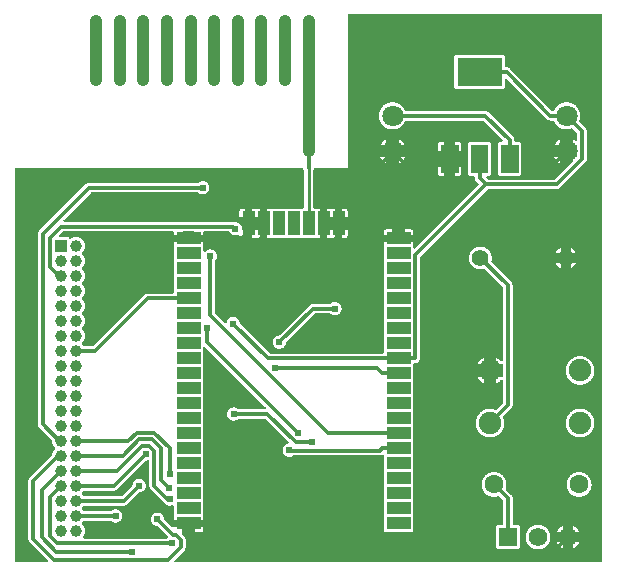
<source format=gtl>
G04 Layer: TopLayer*
G04 EasyEDA v6.2.43, 2019-09-14T08:05:40+03:00*
G04 099efe80dd8e4075b8cc61d203687640,04130c9be27c403289d01f1062dd982b,10*
G04 Gerber Generator version 0.2*
G04 Scale: 100 percent, Rotated: No, Reflected: No *
G04 Dimensions in millimeters *
G04 leading zeros omitted , absolute positions ,3 integer and 3 decimal *
%FSLAX33Y33*%
%MOMM*%
G90*
G71D02*

%ADD10C,0.254000*%
%ADD11C,0.999998*%
%ADD12C,0.299999*%
%ADD13C,0.619760*%
%ADD14C,0.610006*%
%ADD15R,1.999996X1.016000*%
%ADD16R,1.016000X1.999996*%
%ADD17R,0.399999X1.524000*%
%ADD18R,1.501140X2.399995*%
%ADD19R,1.500988X2.399995*%
%ADD20R,3.799840X2.399995*%
%ADD21C,1.414780*%
%ADD22C,1.905000*%
%ADD23C,1.799996*%
%ADD24C,1.599997*%
%ADD25C,1.574800*%
%ADD26R,1.574800X1.574800*%
%ADD27R,0.999998X0.999998*%

%LPD*%
G36*
G01X49921Y46720D02*
G01X28549Y46720D01*
G01X28535Y46719D01*
G01X28520Y46716D01*
G01X28507Y46711D01*
G01X28494Y46704D01*
G01X28483Y46695D01*
G01X28472Y46685D01*
G01X28464Y46674D01*
G01X28457Y46661D01*
G01X28452Y46647D01*
G01X28449Y46633D01*
G01X28448Y46619D01*
G01X28448Y33655D01*
G01X25709Y33655D01*
G01X25694Y33653D01*
G01X25680Y33650D01*
G01X25666Y33645D01*
G01X25653Y33638D01*
G01X25642Y33629D01*
G01X25631Y33618D01*
G01X25623Y33607D01*
G01X25616Y33594D01*
G01X25611Y33580D01*
G01X25608Y33565D01*
G01X25603Y33539D01*
G01X25596Y33513D01*
G01X25586Y33487D01*
G01X25573Y33464D01*
G01X25558Y33441D01*
G01X25549Y33427D01*
G01X25542Y33412D01*
G01X25538Y33396D01*
G01X25537Y33380D01*
G01X25537Y30314D01*
G01X25538Y30299D01*
G01X25541Y30285D01*
G01X25546Y30271D01*
G01X25553Y30259D01*
G01X25562Y30247D01*
G01X25572Y30237D01*
G01X25584Y30228D01*
G01X25596Y30221D01*
G01X25610Y30216D01*
G01X25624Y30213D01*
G01X25639Y30212D01*
G01X25654Y30212D01*
G01X25677Y30211D01*
G01X25700Y30208D01*
G01X25722Y30203D01*
G01X25744Y30195D01*
G01X25762Y30190D01*
G01X25781Y30189D01*
G01X25799Y30190D01*
G01X25817Y30195D01*
G01X25839Y30203D01*
G01X25861Y30208D01*
G01X25884Y30211D01*
G01X25908Y30212D01*
G01X26098Y30212D01*
G01X26098Y29519D01*
G01X26012Y29519D01*
G01X25997Y29518D01*
G01X25983Y29515D01*
G01X25969Y29510D01*
G01X25957Y29503D01*
G01X25945Y29494D01*
G01X25935Y29484D01*
G01X25926Y29472D01*
G01X25919Y29460D01*
G01X25914Y29446D01*
G01X25911Y29432D01*
G01X25910Y29417D01*
G01X25910Y28494D01*
G01X25911Y28479D01*
G01X25914Y28465D01*
G01X25919Y28451D01*
G01X25926Y28439D01*
G01X25935Y28427D01*
G01X25945Y28417D01*
G01X25957Y28408D01*
G01X25969Y28401D01*
G01X25983Y28396D01*
G01X25997Y28393D01*
G01X26012Y28392D01*
G01X26098Y28392D01*
G01X26098Y27699D01*
G01X25908Y27699D01*
G01X25884Y27700D01*
G01X25861Y27703D01*
G01X25839Y27708D01*
G01X25817Y27716D01*
G01X25799Y27721D01*
G01X25781Y27722D01*
G01X25762Y27721D01*
G01X25744Y27716D01*
G01X25722Y27708D01*
G01X25700Y27703D01*
G01X25677Y27700D01*
G01X25654Y27699D01*
G01X24638Y27699D01*
G01X24614Y27700D01*
G01X24591Y27703D01*
G01X24569Y27708D01*
G01X24547Y27716D01*
G01X24529Y27721D01*
G01X24511Y27722D01*
G01X24492Y27721D01*
G01X24474Y27716D01*
G01X24452Y27708D01*
G01X24430Y27703D01*
G01X24407Y27700D01*
G01X24384Y27699D01*
G01X23368Y27699D01*
G01X23344Y27700D01*
G01X23321Y27703D01*
G01X23299Y27708D01*
G01X23277Y27716D01*
G01X23259Y27721D01*
G01X23241Y27722D01*
G01X23222Y27721D01*
G01X23204Y27716D01*
G01X23182Y27708D01*
G01X23160Y27703D01*
G01X23137Y27700D01*
G01X23114Y27699D01*
G01X22098Y27699D01*
G01X22074Y27700D01*
G01X22051Y27703D01*
G01X22029Y27708D01*
G01X22007Y27716D01*
G01X21989Y27721D01*
G01X21971Y27722D01*
G01X21952Y27721D01*
G01X21934Y27716D01*
G01X21912Y27708D01*
G01X21890Y27703D01*
G01X21867Y27700D01*
G01X21844Y27699D01*
G01X21653Y27699D01*
G01X21653Y28392D01*
G01X21739Y28392D01*
G01X21754Y28393D01*
G01X21768Y28396D01*
G01X21782Y28401D01*
G01X21794Y28408D01*
G01X21806Y28417D01*
G01X21816Y28427D01*
G01X21825Y28439D01*
G01X21832Y28451D01*
G01X21837Y28465D01*
G01X21840Y28479D01*
G01X21841Y28494D01*
G01X21841Y29417D01*
G01X21840Y29432D01*
G01X21837Y29446D01*
G01X21832Y29460D01*
G01X21825Y29472D01*
G01X21816Y29484D01*
G01X21806Y29494D01*
G01X21794Y29503D01*
G01X21782Y29510D01*
G01X21768Y29515D01*
G01X21754Y29518D01*
G01X21739Y29519D01*
G01X21653Y29519D01*
G01X21653Y30212D01*
G01X21844Y30212D01*
G01X21867Y30211D01*
G01X21890Y30208D01*
G01X21912Y30203D01*
G01X21934Y30195D01*
G01X21952Y30190D01*
G01X21971Y30189D01*
G01X21989Y30190D01*
G01X22007Y30195D01*
G01X22029Y30203D01*
G01X22051Y30208D01*
G01X22074Y30211D01*
G01X22098Y30212D01*
G01X23114Y30212D01*
G01X23137Y30211D01*
G01X23160Y30208D01*
G01X23182Y30203D01*
G01X23204Y30195D01*
G01X23222Y30190D01*
G01X23241Y30189D01*
G01X23259Y30190D01*
G01X23277Y30195D01*
G01X23299Y30203D01*
G01X23321Y30208D01*
G01X23344Y30211D01*
G01X23368Y30212D01*
G01X24384Y30212D01*
G01X24407Y30211D01*
G01X24430Y30208D01*
G01X24452Y30203D01*
G01X24474Y30195D01*
G01X24492Y30190D01*
G01X24511Y30189D01*
G01X24529Y30190D01*
G01X24547Y30195D01*
G01X24569Y30203D01*
G01X24591Y30208D01*
G01X24614Y30211D01*
G01X24638Y30212D01*
G01X24660Y30212D01*
G01X24675Y30213D01*
G01X24689Y30216D01*
G01X24703Y30221D01*
G01X24715Y30228D01*
G01X24727Y30237D01*
G01X24737Y30247D01*
G01X24746Y30259D01*
G01X24753Y30271D01*
G01X24758Y30285D01*
G01X24761Y30299D01*
G01X24762Y30314D01*
G01X24762Y33391D01*
G01X24761Y33406D01*
G01X24757Y33421D01*
G01X24751Y33436D01*
G01X24744Y33449D01*
G01X24730Y33470D01*
G01X24719Y33493D01*
G01X24710Y33516D01*
G01X24703Y33541D01*
G01X24699Y33565D01*
G01X24696Y33580D01*
G01X24691Y33594D01*
G01X24684Y33607D01*
G01X24676Y33618D01*
G01X24665Y33629D01*
G01X24654Y33638D01*
G01X24641Y33645D01*
G01X24627Y33650D01*
G01X24613Y33653D01*
G01X24598Y33655D01*
G01X370Y33655D01*
G01X356Y33653D01*
G01X342Y33650D01*
G01X328Y33645D01*
G01X315Y33638D01*
G01X304Y33630D01*
G01X294Y33619D01*
G01X285Y33608D01*
G01X278Y33595D01*
G01X273Y33582D01*
G01X270Y33567D01*
G01X269Y33553D01*
G01X269Y370D01*
G01X270Y356D01*
G01X273Y342D01*
G01X278Y328D01*
G01X285Y315D01*
G01X294Y304D01*
G01X304Y294D01*
G01X315Y285D01*
G01X328Y278D01*
G01X342Y273D01*
G01X356Y270D01*
G01X370Y269D01*
G01X2997Y269D01*
G01X3011Y270D01*
G01X3026Y273D01*
G01X3039Y278D01*
G01X3052Y285D01*
G01X3063Y294D01*
G01X3074Y304D01*
G01X3082Y315D01*
G01X3089Y328D01*
G01X3094Y342D01*
G01X3097Y356D01*
G01X3099Y370D01*
G01X3097Y386D01*
G01X3094Y402D01*
G01X3087Y416D01*
G01X3079Y430D01*
G01X3069Y442D01*
G01X1548Y1962D01*
G01X1510Y2006D01*
G01X1494Y2030D01*
G01X1479Y2055D01*
G01X1466Y2081D01*
G01X1455Y2108D01*
G01X1446Y2135D01*
G01X1439Y2164D01*
G01X1434Y2192D01*
G01X1430Y2221D01*
G01X1429Y2250D01*
G01X1429Y7170D01*
G01X1430Y7199D01*
G01X1434Y7228D01*
G01X1439Y7256D01*
G01X1446Y7284D01*
G01X1455Y7312D01*
G01X1466Y7339D01*
G01X1479Y7365D01*
G01X1494Y7390D01*
G01X1510Y7414D01*
G01X1529Y7436D01*
G01X1548Y7457D01*
G01X3413Y9322D01*
G01X3424Y9334D01*
G01X3432Y9348D01*
G01X3438Y9363D01*
G01X3442Y9379D01*
G01X3449Y9419D01*
G01X3458Y9458D01*
G01X3468Y9496D01*
G01X3481Y9534D01*
G01X3496Y9572D01*
G01X3513Y9608D01*
G01X3532Y9643D01*
G01X3553Y9678D01*
G01X3575Y9711D01*
G01X3599Y9743D01*
G01X3625Y9773D01*
G01X3653Y9803D01*
G01X3682Y9830D01*
G01X3693Y9843D01*
G01X3702Y9857D01*
G01X3709Y9872D01*
G01X3713Y9889D01*
G01X3715Y9906D01*
G01X3713Y9922D01*
G01X3709Y9939D01*
G01X3702Y9954D01*
G01X3693Y9968D01*
G01X3682Y9981D01*
G01X3653Y10008D01*
G01X3626Y10037D01*
G01X3601Y10067D01*
G01X3577Y10098D01*
G01X3555Y10130D01*
G01X3534Y10164D01*
G01X3516Y10199D01*
G01X3499Y10234D01*
G01X3484Y10271D01*
G01X3471Y10308D01*
G01X3459Y10346D01*
G01X3450Y10384D01*
G01X3443Y10423D01*
G01X3438Y10462D01*
G01X3435Y10501D01*
G01X3434Y10540D01*
G01X3433Y10556D01*
G01X3429Y10572D01*
G01X3423Y10586D01*
G01X3415Y10600D01*
G01X3404Y10612D01*
G01X2359Y11658D01*
G01X2339Y11679D01*
G01X2321Y11701D01*
G01X2304Y11725D01*
G01X2289Y11750D01*
G01X2276Y11776D01*
G01X2265Y11803D01*
G01X2256Y11831D01*
G01X2249Y11859D01*
G01X2244Y11887D01*
G01X2241Y11916D01*
G01X2240Y11945D01*
G01X2240Y28082D01*
G01X2241Y28111D01*
G01X2244Y28140D01*
G01X2249Y28168D01*
G01X2256Y28196D01*
G01X2265Y28224D01*
G01X2276Y28251D01*
G01X2289Y28277D01*
G01X2304Y28302D01*
G01X2321Y28325D01*
G01X2339Y28348D01*
G01X2359Y28369D01*
G01X6263Y32273D01*
G01X6284Y32293D01*
G01X6307Y32311D01*
G01X6330Y32328D01*
G01X6355Y32343D01*
G01X6381Y32356D01*
G01X6408Y32367D01*
G01X6436Y32376D01*
G01X6464Y32383D01*
G01X6492Y32388D01*
G01X6521Y32391D01*
G01X6550Y32392D01*
G01X15756Y32392D01*
G01X15773Y32394D01*
G01X15790Y32398D01*
G01X15807Y32406D01*
G01X15821Y32416D01*
G01X15849Y32438D01*
G01X15878Y32458D01*
G01X15909Y32476D01*
G01X15941Y32493D01*
G01X15973Y32507D01*
G01X16007Y32519D01*
G01X16041Y32529D01*
G01X16076Y32537D01*
G01X16111Y32543D01*
G01X16146Y32546D01*
G01X16182Y32547D01*
G01X16216Y32546D01*
G01X16250Y32543D01*
G01X16283Y32538D01*
G01X16316Y32531D01*
G01X16349Y32522D01*
G01X16381Y32511D01*
G01X16412Y32498D01*
G01X16443Y32483D01*
G01X16472Y32466D01*
G01X16501Y32448D01*
G01X16528Y32428D01*
G01X16554Y32406D01*
G01X16579Y32383D01*
G01X16602Y32358D01*
G01X16624Y32332D01*
G01X16644Y32305D01*
G01X16662Y32276D01*
G01X16679Y32247D01*
G01X16694Y32216D01*
G01X16707Y32185D01*
G01X16718Y32153D01*
G01X16727Y32120D01*
G01X16734Y32087D01*
G01X16739Y32053D01*
G01X16742Y32020D01*
G01X16743Y31986D01*
G01X16742Y31952D01*
G01X16739Y31918D01*
G01X16734Y31884D01*
G01X16727Y31851D01*
G01X16718Y31819D01*
G01X16707Y31787D01*
G01X16694Y31755D01*
G01X16679Y31725D01*
G01X16662Y31695D01*
G01X16644Y31667D01*
G01X16624Y31639D01*
G01X16602Y31613D01*
G01X16579Y31589D01*
G01X16554Y31565D01*
G01X16528Y31544D01*
G01X16501Y31524D01*
G01X16472Y31505D01*
G01X16443Y31488D01*
G01X16412Y31474D01*
G01X16381Y31461D01*
G01X16349Y31450D01*
G01X16316Y31440D01*
G01X16283Y31433D01*
G01X16250Y31428D01*
G01X16216Y31425D01*
G01X16182Y31424D01*
G01X16146Y31425D01*
G01X16111Y31429D01*
G01X16076Y31434D01*
G01X16041Y31442D01*
G01X16007Y31452D01*
G01X15973Y31464D01*
G01X15941Y31479D01*
G01X15909Y31495D01*
G01X15878Y31513D01*
G01X15849Y31533D01*
G01X15807Y31566D01*
G01X15790Y31573D01*
G01X15773Y31578D01*
G01X15756Y31579D01*
G01X6761Y31579D01*
G01X6745Y31578D01*
G01X6729Y31574D01*
G01X6715Y31568D01*
G01X6701Y31560D01*
G01X6689Y31549D01*
G01X4406Y29266D01*
G01X4395Y29254D01*
G01X4387Y29241D01*
G01X4381Y29226D01*
G01X4377Y29210D01*
G01X4376Y29194D01*
G01X4377Y29180D01*
G01X4380Y29166D01*
G01X4385Y29152D01*
G01X4392Y29139D01*
G01X4401Y29128D01*
G01X4411Y29118D01*
G01X4423Y29109D01*
G01X4435Y29102D01*
G01X4449Y29097D01*
G01X4463Y29094D01*
G01X4477Y29093D01*
G01X18780Y29093D01*
G01X18814Y29091D01*
G01X18848Y29087D01*
G01X18881Y29080D01*
G01X18914Y29070D01*
G01X18930Y29066D01*
G01X18947Y29065D01*
G01X18963Y29065D01*
G01X18997Y29064D01*
G01X19031Y29061D01*
G01X19065Y29056D01*
G01X19098Y29048D01*
G01X19131Y29039D01*
G01X19163Y29028D01*
G01X19194Y29015D01*
G01X19225Y29000D01*
G01X19254Y28984D01*
G01X19283Y28965D01*
G01X19310Y28945D01*
G01X19336Y28923D01*
G01X19361Y28900D01*
G01X19384Y28875D01*
G01X19406Y28849D01*
G01X19426Y28822D01*
G01X19444Y28794D01*
G01X19461Y28764D01*
G01X19475Y28734D01*
G01X19488Y28702D01*
G01X19499Y28670D01*
G01X19508Y28638D01*
G01X19516Y28604D01*
G01X19521Y28571D01*
G01X19524Y28537D01*
G01X19525Y28503D01*
G01X19525Y28494D01*
G01X19526Y28479D01*
G01X19529Y28465D01*
G01X19534Y28451D01*
G01X19541Y28439D01*
G01X19549Y28427D01*
G01X19560Y28417D01*
G01X19571Y28408D01*
G01X19584Y28401D01*
G01X19598Y28396D01*
G01X19612Y28393D01*
G01X19626Y28392D01*
G01X19748Y28392D01*
G01X19748Y27699D01*
G01X19558Y27699D01*
G01X19534Y27700D01*
G01X19511Y27703D01*
G01X19488Y27709D01*
G01X19465Y27716D01*
G01X19444Y27725D01*
G01X19423Y27737D01*
G01X19404Y27750D01*
G01X19386Y27765D01*
G01X19369Y27782D01*
G01X19354Y27800D01*
G01X19340Y27819D01*
G01X19329Y27839D01*
G01X19319Y27861D01*
G01X19311Y27883D01*
G01X19306Y27906D01*
G01X19302Y27921D01*
G01X19295Y27935D01*
G01X19287Y27948D01*
G01X19276Y27960D01*
G01X19264Y27970D01*
G01X19251Y27977D01*
G01X19237Y27983D01*
G01X19222Y27987D01*
G01X19206Y27988D01*
G01X19187Y27986D01*
G01X19169Y27981D01*
G01X19136Y27969D01*
G01X19102Y27959D01*
G01X19068Y27952D01*
G01X19033Y27946D01*
G01X18998Y27943D01*
G01X18963Y27942D01*
G01X18928Y27943D01*
G01X18893Y27946D01*
G01X18859Y27952D01*
G01X18825Y27959D01*
G01X18791Y27969D01*
G01X18758Y27981D01*
G01X18726Y27994D01*
G01X18695Y28010D01*
G01X18665Y28028D01*
G01X18636Y28047D01*
G01X18608Y28068D01*
G01X18582Y28091D01*
G01X18557Y28116D01*
G01X18533Y28142D01*
G01X18512Y28169D01*
G01X18492Y28198D01*
G01X18474Y28228D01*
G01X18465Y28241D01*
G01X18455Y28252D01*
G01X18443Y28262D01*
G01X18430Y28269D01*
G01X18415Y28275D01*
G01X18401Y28279D01*
G01X18385Y28280D01*
G01X16344Y28280D01*
G01X16329Y28279D01*
G01X16315Y28276D01*
G01X16301Y28271D01*
G01X16289Y28264D01*
G01X16277Y28255D01*
G01X16267Y28245D01*
G01X16258Y28233D01*
G01X16251Y28220D01*
G01X16246Y28207D01*
G01X16243Y28193D01*
G01X16242Y28178D01*
G01X16242Y28003D01*
G01X15549Y28003D01*
G01X15549Y28178D01*
G01X15548Y28193D01*
G01X15545Y28207D01*
G01X15540Y28220D01*
G01X15533Y28233D01*
G01X15524Y28245D01*
G01X15514Y28255D01*
G01X15502Y28264D01*
G01X15490Y28271D01*
G01X15476Y28276D01*
G01X15462Y28279D01*
G01X15447Y28280D01*
G01X14524Y28280D01*
G01X14509Y28279D01*
G01X14495Y28276D01*
G01X14481Y28271D01*
G01X14469Y28264D01*
G01X14457Y28255D01*
G01X14447Y28245D01*
G01X14438Y28233D01*
G01X14431Y28220D01*
G01X14426Y28207D01*
G01X14423Y28193D01*
G01X14422Y28178D01*
G01X14422Y28003D01*
G01X13729Y28003D01*
G01X13729Y28178D01*
G01X13728Y28193D01*
G01X13725Y28207D01*
G01X13720Y28220D01*
G01X13713Y28233D01*
G01X13704Y28245D01*
G01X13694Y28255D01*
G01X13682Y28264D01*
G01X13670Y28271D01*
G01X13656Y28276D01*
G01X13642Y28279D01*
G01X13627Y28280D01*
G01X4394Y28280D01*
G01X4378Y28278D01*
G01X4362Y28275D01*
G01X4348Y28269D01*
G01X4334Y28260D01*
G01X4322Y28250D01*
G01X4053Y27980D01*
G01X4043Y27968D01*
G01X4034Y27955D01*
G01X4028Y27940D01*
G01X4025Y27925D01*
G01X4023Y27909D01*
G01X4024Y27894D01*
G01X4028Y27880D01*
G01X4033Y27866D01*
G01X4040Y27854D01*
G01X4048Y27842D01*
G01X4058Y27832D01*
G01X4070Y27823D01*
G01X4083Y27816D01*
G01X4096Y27811D01*
G01X4111Y27808D01*
G01X4125Y27807D01*
G01X4690Y27807D01*
G01X4715Y27806D01*
G01X4738Y27803D01*
G01X4762Y27797D01*
G01X4785Y27789D01*
G01X4807Y27779D01*
G01X4828Y27767D01*
G01X4848Y27753D01*
G01X4866Y27738D01*
G01X4883Y27720D01*
G01X4908Y27690D01*
G01X4920Y27679D01*
G01X4934Y27671D01*
G01X4949Y27665D01*
G01X4964Y27661D01*
G01X4980Y27660D01*
G01X4995Y27661D01*
G01X5010Y27664D01*
G01X5024Y27670D01*
G01X5037Y27677D01*
G01X5071Y27699D01*
G01X5107Y27719D01*
G01X5144Y27737D01*
G01X5181Y27754D01*
G01X5219Y27768D01*
G01X5259Y27780D01*
G01X5298Y27789D01*
G01X5338Y27797D01*
G01X5379Y27803D01*
G01X5420Y27806D01*
G01X5461Y27807D01*
G01X5500Y27806D01*
G01X5540Y27803D01*
G01X5579Y27798D01*
G01X5618Y27791D01*
G01X5656Y27781D01*
G01X5694Y27770D01*
G01X5732Y27757D01*
G01X5768Y27742D01*
G01X5804Y27725D01*
G01X5839Y27706D01*
G01X5873Y27685D01*
G01X5905Y27663D01*
G01X5937Y27638D01*
G01X5967Y27613D01*
G01X6023Y27557D01*
G01X6048Y27527D01*
G01X6073Y27495D01*
G01X6095Y27463D01*
G01X6116Y27429D01*
G01X6135Y27394D01*
G01X6152Y27358D01*
G01X6167Y27322D01*
G01X6180Y27284D01*
G01X6191Y27246D01*
G01X6201Y27208D01*
G01X6208Y27169D01*
G01X6213Y27130D01*
G01X6216Y27090D01*
G01X6217Y27051D01*
G01X6216Y27011D01*
G01X6213Y26972D01*
G01X6208Y26933D01*
G01X6201Y26894D01*
G01X6192Y26856D01*
G01X6180Y26818D01*
G01X6167Y26781D01*
G01X6152Y26744D01*
G01X6135Y26709D01*
G01X6117Y26674D01*
G01X6096Y26641D01*
G01X6074Y26608D01*
G01X6050Y26577D01*
G01X6025Y26547D01*
G01X5998Y26518D01*
G01X5969Y26491D01*
G01X5958Y26478D01*
G01X5949Y26464D01*
G01X5942Y26449D01*
G01X5938Y26432D01*
G01X5936Y26415D01*
G01X5938Y26399D01*
G01X5942Y26382D01*
G01X5949Y26367D01*
G01X5958Y26353D01*
G01X5969Y26340D01*
G01X5998Y26313D01*
G01X6025Y26284D01*
G01X6050Y26254D01*
G01X6074Y26223D01*
G01X6096Y26190D01*
G01X6117Y26157D01*
G01X6135Y26122D01*
G01X6152Y26087D01*
G01X6167Y26050D01*
G01X6180Y26013D01*
G01X6192Y25975D01*
G01X6201Y25937D01*
G01X6208Y25898D01*
G01X6213Y25859D01*
G01X6216Y25820D01*
G01X6217Y25780D01*
G01X6216Y25741D01*
G01X6213Y25702D01*
G01X6208Y25663D01*
G01X6201Y25624D01*
G01X6192Y25586D01*
G01X6180Y25548D01*
G01X6167Y25511D01*
G01X6152Y25474D01*
G01X6135Y25439D01*
G01X6117Y25404D01*
G01X6096Y25371D01*
G01X6074Y25338D01*
G01X6050Y25307D01*
G01X6025Y25277D01*
G01X5998Y25248D01*
G01X5969Y25221D01*
G01X5958Y25208D01*
G01X5949Y25194D01*
G01X5942Y25179D01*
G01X5938Y25162D01*
G01X5936Y25145D01*
G01X5938Y25129D01*
G01X5942Y25112D01*
G01X5949Y25097D01*
G01X5958Y25083D01*
G01X5969Y25070D01*
G01X5998Y25043D01*
G01X6025Y25014D01*
G01X6050Y24984D01*
G01X6074Y24953D01*
G01X6096Y24920D01*
G01X6117Y24887D01*
G01X6135Y24852D01*
G01X6152Y24817D01*
G01X6167Y24780D01*
G01X6180Y24743D01*
G01X6192Y24705D01*
G01X6201Y24667D01*
G01X6208Y24628D01*
G01X6213Y24589D01*
G01X6216Y24550D01*
G01X6217Y24510D01*
G01X6216Y24471D01*
G01X6213Y24432D01*
G01X6208Y24393D01*
G01X6201Y24354D01*
G01X6192Y24316D01*
G01X6180Y24278D01*
G01X6167Y24241D01*
G01X6152Y24204D01*
G01X6135Y24169D01*
G01X6117Y24134D01*
G01X6096Y24101D01*
G01X6074Y24068D01*
G01X6050Y24037D01*
G01X6025Y24007D01*
G01X5998Y23978D01*
G01X5969Y23951D01*
G01X5958Y23938D01*
G01X5949Y23924D01*
G01X5942Y23909D01*
G01X5938Y23892D01*
G01X5936Y23875D01*
G01X5938Y23859D01*
G01X5942Y23842D01*
G01X5949Y23827D01*
G01X5958Y23813D01*
G01X5969Y23800D01*
G01X5998Y23773D01*
G01X6025Y23744D01*
G01X6050Y23714D01*
G01X6074Y23683D01*
G01X6096Y23650D01*
G01X6117Y23617D01*
G01X6135Y23582D01*
G01X6152Y23547D01*
G01X6167Y23510D01*
G01X6180Y23473D01*
G01X6192Y23435D01*
G01X6201Y23397D01*
G01X6208Y23358D01*
G01X6213Y23319D01*
G01X6216Y23280D01*
G01X6217Y23240D01*
G01X6216Y23201D01*
G01X6213Y23162D01*
G01X6208Y23123D01*
G01X6201Y23084D01*
G01X6192Y23046D01*
G01X6180Y23008D01*
G01X6167Y22971D01*
G01X6152Y22934D01*
G01X6135Y22899D01*
G01X6117Y22864D01*
G01X6096Y22831D01*
G01X6074Y22798D01*
G01X6050Y22767D01*
G01X6025Y22737D01*
G01X5998Y22708D01*
G01X5969Y22681D01*
G01X5958Y22668D01*
G01X5949Y22654D01*
G01X5942Y22639D01*
G01X5938Y22622D01*
G01X5936Y22605D01*
G01X5938Y22589D01*
G01X5942Y22572D01*
G01X5949Y22557D01*
G01X5958Y22543D01*
G01X5969Y22530D01*
G01X5998Y22503D01*
G01X6025Y22474D01*
G01X6050Y22444D01*
G01X6074Y22413D01*
G01X6096Y22380D01*
G01X6117Y22347D01*
G01X6135Y22312D01*
G01X6152Y22277D01*
G01X6167Y22240D01*
G01X6180Y22203D01*
G01X6192Y22165D01*
G01X6201Y22127D01*
G01X6208Y22088D01*
G01X6213Y22049D01*
G01X6216Y22010D01*
G01X6217Y21970D01*
G01X6216Y21931D01*
G01X6213Y21892D01*
G01X6208Y21853D01*
G01X6201Y21814D01*
G01X6192Y21776D01*
G01X6180Y21738D01*
G01X6167Y21701D01*
G01X6152Y21664D01*
G01X6135Y21629D01*
G01X6117Y21594D01*
G01X6096Y21561D01*
G01X6074Y21528D01*
G01X6050Y21497D01*
G01X6025Y21467D01*
G01X5998Y21438D01*
G01X5969Y21411D01*
G01X5958Y21398D01*
G01X5949Y21384D01*
G01X5942Y21369D01*
G01X5938Y21352D01*
G01X5936Y21335D01*
G01X5938Y21319D01*
G01X5942Y21302D01*
G01X5949Y21287D01*
G01X5958Y21273D01*
G01X5969Y21260D01*
G01X5998Y21233D01*
G01X6025Y21204D01*
G01X6050Y21174D01*
G01X6074Y21143D01*
G01X6096Y21110D01*
G01X6117Y21077D01*
G01X6135Y21042D01*
G01X6152Y21007D01*
G01X6167Y20970D01*
G01X6180Y20933D01*
G01X6192Y20895D01*
G01X6201Y20857D01*
G01X6208Y20818D01*
G01X6213Y20779D01*
G01X6216Y20740D01*
G01X6217Y20700D01*
G01X6216Y20661D01*
G01X6213Y20622D01*
G01X6208Y20583D01*
G01X6201Y20544D01*
G01X6192Y20506D01*
G01X6180Y20468D01*
G01X6167Y20431D01*
G01X6152Y20394D01*
G01X6135Y20359D01*
G01X6117Y20324D01*
G01X6096Y20291D01*
G01X6074Y20258D01*
G01X6050Y20227D01*
G01X6025Y20197D01*
G01X5998Y20168D01*
G01X5969Y20141D01*
G01X5958Y20128D01*
G01X5949Y20114D01*
G01X5942Y20099D01*
G01X5938Y20082D01*
G01X5936Y20065D01*
G01X5938Y20049D01*
G01X5942Y20032D01*
G01X5949Y20017D01*
G01X5958Y20003D01*
G01X5969Y19990D01*
G01X5998Y19963D01*
G01X6025Y19934D01*
G01X6050Y19904D01*
G01X6074Y19873D01*
G01X6096Y19840D01*
G01X6117Y19807D01*
G01X6135Y19772D01*
G01X6152Y19737D01*
G01X6167Y19700D01*
G01X6180Y19663D01*
G01X6192Y19625D01*
G01X6201Y19587D01*
G01X6208Y19548D01*
G01X6213Y19509D01*
G01X6216Y19470D01*
G01X6217Y19430D01*
G01X6216Y19391D01*
G01X6213Y19352D01*
G01X6208Y19313D01*
G01X6201Y19274D01*
G01X6192Y19236D01*
G01X6180Y19198D01*
G01X6167Y19161D01*
G01X6152Y19124D01*
G01X6135Y19089D01*
G01X6117Y19054D01*
G01X6096Y19021D01*
G01X6074Y18988D01*
G01X6050Y18957D01*
G01X6025Y18927D01*
G01X5998Y18898D01*
G01X5969Y18871D01*
G01X5958Y18858D01*
G01X5949Y18844D01*
G01X5942Y18829D01*
G01X5938Y18812D01*
G01X5936Y18795D01*
G01X5938Y18779D01*
G01X5942Y18762D01*
G01X5949Y18747D01*
G01X5958Y18733D01*
G01X5969Y18720D01*
G01X6005Y18685D01*
G01X6039Y18648D01*
G01X6070Y18608D01*
G01X6081Y18596D01*
G01X6093Y18586D01*
G01X6106Y18578D01*
G01X6121Y18572D01*
G01X6136Y18568D01*
G01X6152Y18567D01*
G01X6881Y18567D01*
G01X6897Y18568D01*
G01X6912Y18572D01*
G01X6927Y18578D01*
G01X6940Y18586D01*
G01X6953Y18597D01*
G01X11249Y22893D01*
G01X11270Y22913D01*
G01X11293Y22931D01*
G01X11316Y22948D01*
G01X11341Y22962D01*
G01X11367Y22975D01*
G01X11394Y22986D01*
G01X11422Y22996D01*
G01X11450Y23003D01*
G01X11478Y23008D01*
G01X11507Y23011D01*
G01X11536Y23012D01*
G01X13627Y23012D01*
G01X13642Y23013D01*
G01X13656Y23016D01*
G01X13670Y23021D01*
G01X13682Y23028D01*
G01X13694Y23037D01*
G01X13704Y23047D01*
G01X13713Y23059D01*
G01X13720Y23071D01*
G01X13725Y23085D01*
G01X13728Y23099D01*
G01X13729Y23114D01*
G01X13730Y23137D01*
G01X13733Y23160D01*
G01X13738Y23182D01*
G01X13746Y23204D01*
G01X13751Y23222D01*
G01X13752Y23240D01*
G01X13751Y23259D01*
G01X13746Y23277D01*
G01X13738Y23299D01*
G01X13733Y23321D01*
G01X13730Y23344D01*
G01X13729Y23368D01*
G01X13729Y24384D01*
G01X13730Y24407D01*
G01X13733Y24430D01*
G01X13738Y24452D01*
G01X13746Y24474D01*
G01X13751Y24492D01*
G01X13752Y24510D01*
G01X13751Y24529D01*
G01X13746Y24547D01*
G01X13738Y24569D01*
G01X13733Y24591D01*
G01X13730Y24614D01*
G01X13729Y24638D01*
G01X13729Y25654D01*
G01X13730Y25677D01*
G01X13733Y25700D01*
G01X13738Y25722D01*
G01X13746Y25744D01*
G01X13751Y25762D01*
G01X13752Y25780D01*
G01X13751Y25799D01*
G01X13746Y25817D01*
G01X13738Y25839D01*
G01X13733Y25861D01*
G01X13730Y25884D01*
G01X13729Y25908D01*
G01X13729Y26924D01*
G01X13730Y26947D01*
G01X13733Y26970D01*
G01X13738Y26992D01*
G01X13746Y27014D01*
G01X13751Y27032D01*
G01X13752Y27050D01*
G01X13751Y27069D01*
G01X13746Y27087D01*
G01X13738Y27109D01*
G01X13733Y27131D01*
G01X13730Y27154D01*
G01X13729Y27178D01*
G01X13729Y27368D01*
G01X14422Y27368D01*
G01X14422Y27282D01*
G01X14423Y27267D01*
G01X14426Y27253D01*
G01X14431Y27239D01*
G01X14438Y27227D01*
G01X14447Y27215D01*
G01X14457Y27205D01*
G01X14469Y27196D01*
G01X14481Y27189D01*
G01X14495Y27184D01*
G01X14509Y27181D01*
G01X14524Y27180D01*
G01X15447Y27180D01*
G01X15462Y27181D01*
G01X15476Y27184D01*
G01X15490Y27189D01*
G01X15502Y27196D01*
G01X15514Y27205D01*
G01X15524Y27215D01*
G01X15533Y27227D01*
G01X15540Y27239D01*
G01X15545Y27253D01*
G01X15548Y27267D01*
G01X15549Y27282D01*
G01X15549Y27368D01*
G01X16242Y27368D01*
G01X16242Y27178D01*
G01X16241Y27154D01*
G01X16238Y27131D01*
G01X16233Y27109D01*
G01X16225Y27087D01*
G01X16220Y27069D01*
G01X16219Y27051D01*
G01X16220Y27032D01*
G01X16225Y27014D01*
G01X16233Y26992D01*
G01X16238Y26970D01*
G01X16241Y26947D01*
G01X16242Y26923D01*
G01X16242Y26648D01*
G01X16243Y26634D01*
G01X16246Y26620D01*
G01X16251Y26606D01*
G01X16258Y26593D01*
G01X16267Y26582D01*
G01X16277Y26572D01*
G01X16289Y26563D01*
G01X16301Y26556D01*
G01X16315Y26551D01*
G01X16329Y26548D01*
G01X16344Y26547D01*
G01X16360Y26548D01*
G01X16376Y26552D01*
G01X16392Y26559D01*
G01X16406Y26568D01*
G01X16418Y26579D01*
G01X16443Y26604D01*
G01X16470Y26628D01*
G01X16498Y26650D01*
G01X16527Y26670D01*
G01X16557Y26688D01*
G01X16589Y26704D01*
G01X16621Y26719D01*
G01X16655Y26731D01*
G01X16689Y26741D01*
G01X16724Y26749D01*
G01X16759Y26754D01*
G01X16794Y26757D01*
G01X16830Y26759D01*
G01X16863Y26758D01*
G01X16897Y26755D01*
G01X16931Y26749D01*
G01X16964Y26742D01*
G01X16997Y26733D01*
G01X17029Y26722D01*
G01X17060Y26709D01*
G01X17091Y26694D01*
G01X17120Y26678D01*
G01X17149Y26659D01*
G01X17176Y26639D01*
G01X17202Y26617D01*
G01X17227Y26594D01*
G01X17250Y26569D01*
G01X17272Y26543D01*
G01X17292Y26516D01*
G01X17310Y26488D01*
G01X17327Y26458D01*
G01X17342Y26428D01*
G01X17355Y26396D01*
G01X17366Y26364D01*
G01X17375Y26331D01*
G01X17382Y26298D01*
G01X17387Y26265D01*
G01X17390Y26231D01*
G01X17391Y26197D01*
G01X17390Y26161D01*
G01X17387Y26126D01*
G01X17381Y26091D01*
G01X17373Y26056D01*
G01X17363Y26022D01*
G01X17351Y25988D01*
G01X17337Y25956D01*
G01X17320Y25924D01*
G01X17302Y25894D01*
G01X17282Y25864D01*
G01X17260Y25836D01*
G01X17250Y25822D01*
G01X17242Y25806D01*
G01X17238Y25789D01*
G01X17236Y25771D01*
G01X17236Y21381D01*
G01X17237Y21365D01*
G01X17241Y21350D01*
G01X17247Y21335D01*
G01X17255Y21321D01*
G01X17266Y21309D01*
G01X18046Y20530D01*
G01X18058Y20519D01*
G01X18071Y20511D01*
G01X18086Y20505D01*
G01X18101Y20501D01*
G01X18117Y20500D01*
G01X18133Y20501D01*
G01X18148Y20505D01*
G01X18163Y20511D01*
G01X18176Y20519D01*
G01X18188Y20529D01*
G01X18199Y20541D01*
G01X18207Y20554D01*
G01X18213Y20568D01*
G01X18217Y20584D01*
G01X18224Y20617D01*
G01X18233Y20650D01*
G01X18244Y20682D01*
G01X18257Y20713D01*
G01X18272Y20744D01*
G01X18289Y20774D01*
G01X18307Y20802D01*
G01X18327Y20830D01*
G01X18349Y20856D01*
G01X18372Y20881D01*
G01X18397Y20904D01*
G01X18423Y20926D01*
G01X18450Y20946D01*
G01X18479Y20965D01*
G01X18508Y20981D01*
G01X18539Y20996D01*
G01X18570Y21009D01*
G01X18603Y21021D01*
G01X18635Y21030D01*
G01X18669Y21037D01*
G01X18702Y21042D01*
G01X18736Y21045D01*
G01X18770Y21046D01*
G01X18805Y21045D01*
G01X18839Y21042D01*
G01X18874Y21037D01*
G01X18908Y21029D01*
G01X18941Y21020D01*
G01X18974Y21008D01*
G01X19006Y20994D01*
G01X19037Y20979D01*
G01X19067Y20962D01*
G01X19095Y20942D01*
G01X19123Y20921D01*
G01X19149Y20899D01*
G01X19174Y20874D01*
G01X19198Y20849D01*
G01X19219Y20822D01*
G01X19239Y20793D01*
G01X19257Y20764D01*
G01X19274Y20733D01*
G01X19288Y20702D01*
G01X19300Y20669D01*
G01X19311Y20636D01*
G01X19319Y20602D01*
G01X19325Y20568D01*
G01X19329Y20534D01*
G01X19333Y20516D01*
G01X19339Y20500D01*
G01X19347Y20484D01*
G01X19359Y20471D01*
G01X21868Y17962D01*
G01X21880Y17951D01*
G01X21894Y17943D01*
G01X21908Y17937D01*
G01X21924Y17933D01*
G01X21940Y17932D01*
G01X31407Y17932D01*
G01X31422Y17933D01*
G01X31436Y17936D01*
G01X31450Y17941D01*
G01X31462Y17948D01*
G01X31474Y17957D01*
G01X31484Y17967D01*
G01X31493Y17979D01*
G01X31500Y17991D01*
G01X31505Y18005D01*
G01X31508Y18019D01*
G01X31509Y18034D01*
G01X31510Y18057D01*
G01X31513Y18080D01*
G01X31518Y18102D01*
G01X31526Y18124D01*
G01X31531Y18142D01*
G01X31532Y18160D01*
G01X31531Y18179D01*
G01X31526Y18197D01*
G01X31518Y18219D01*
G01X31513Y18241D01*
G01X31510Y18264D01*
G01X31509Y18288D01*
G01X31509Y19304D01*
G01X31510Y19327D01*
G01X31513Y19350D01*
G01X31518Y19372D01*
G01X31526Y19394D01*
G01X31531Y19412D01*
G01X31532Y19430D01*
G01X31531Y19449D01*
G01X31526Y19467D01*
G01X31518Y19489D01*
G01X31513Y19511D01*
G01X31510Y19534D01*
G01X31509Y19558D01*
G01X31509Y20574D01*
G01X31510Y20597D01*
G01X31513Y20620D01*
G01X31518Y20642D01*
G01X31526Y20664D01*
G01X31531Y20682D01*
G01X31532Y20700D01*
G01X31531Y20719D01*
G01X31526Y20737D01*
G01X31518Y20759D01*
G01X31513Y20781D01*
G01X31510Y20804D01*
G01X31509Y20828D01*
G01X31509Y21844D01*
G01X31510Y21867D01*
G01X31513Y21890D01*
G01X31518Y21912D01*
G01X31526Y21934D01*
G01X31531Y21952D01*
G01X31532Y21970D01*
G01X31531Y21989D01*
G01X31526Y22007D01*
G01X31518Y22029D01*
G01X31513Y22051D01*
G01X31510Y22074D01*
G01X31509Y22098D01*
G01X31509Y23114D01*
G01X31510Y23137D01*
G01X31513Y23160D01*
G01X31518Y23182D01*
G01X31526Y23204D01*
G01X31531Y23222D01*
G01X31532Y23240D01*
G01X31531Y23259D01*
G01X31526Y23277D01*
G01X31518Y23299D01*
G01X31513Y23321D01*
G01X31510Y23344D01*
G01X31509Y23368D01*
G01X31509Y24384D01*
G01X31510Y24407D01*
G01X31513Y24430D01*
G01X31518Y24452D01*
G01X31526Y24474D01*
G01X31531Y24492D01*
G01X31532Y24510D01*
G01X31531Y24529D01*
G01X31526Y24547D01*
G01X31518Y24569D01*
G01X31513Y24591D01*
G01X31510Y24614D01*
G01X31509Y24638D01*
G01X31509Y25654D01*
G01X31510Y25677D01*
G01X31513Y25700D01*
G01X31518Y25722D01*
G01X31526Y25744D01*
G01X31531Y25762D01*
G01X31532Y25780D01*
G01X31531Y25799D01*
G01X31526Y25817D01*
G01X31518Y25839D01*
G01X31513Y25861D01*
G01X31510Y25884D01*
G01X31509Y25908D01*
G01X31509Y26924D01*
G01X31510Y26947D01*
G01X31513Y26970D01*
G01X31518Y26992D01*
G01X31526Y27014D01*
G01X31531Y27032D01*
G01X31532Y27050D01*
G01X31531Y27069D01*
G01X31526Y27087D01*
G01X31518Y27109D01*
G01X31513Y27131D01*
G01X31510Y27154D01*
G01X31509Y27178D01*
G01X31509Y27368D01*
G01X32202Y27368D01*
G01X32202Y27282D01*
G01X32203Y27267D01*
G01X32206Y27253D01*
G01X32211Y27239D01*
G01X32218Y27227D01*
G01X32227Y27215D01*
G01X32237Y27205D01*
G01X32249Y27196D01*
G01X32261Y27189D01*
G01X32275Y27184D01*
G01X32289Y27181D01*
G01X32304Y27180D01*
G01X33227Y27180D01*
G01X33242Y27181D01*
G01X33256Y27184D01*
G01X33270Y27189D01*
G01X33282Y27196D01*
G01X33294Y27205D01*
G01X33304Y27215D01*
G01X33313Y27227D01*
G01X33320Y27239D01*
G01X33325Y27253D01*
G01X33328Y27267D01*
G01X33329Y27282D01*
G01X33329Y27368D01*
G01X34022Y27368D01*
G01X34022Y27178D01*
G01X34021Y27154D01*
G01X34018Y27131D01*
G01X34013Y27109D01*
G01X34005Y27087D01*
G01X34000Y27069D01*
G01X33999Y27051D01*
G01X34000Y27032D01*
G01X34005Y27014D01*
G01X34013Y26993D01*
G01X34018Y26970D01*
G01X34021Y26948D01*
G01X34022Y26925D01*
G01X34023Y26910D01*
G01X34026Y26896D01*
G01X34031Y26883D01*
G01X34038Y26870D01*
G01X34047Y26858D01*
G01X34057Y26848D01*
G01X34069Y26840D01*
G01X34082Y26833D01*
G01X34095Y26828D01*
G01X34109Y26825D01*
G01X34124Y26823D01*
G01X34140Y26825D01*
G01X34155Y26828D01*
G01X34170Y26835D01*
G01X34183Y26843D01*
G01X34195Y26853D01*
G01X39531Y32189D01*
G01X39542Y32201D01*
G01X39550Y32215D01*
G01X39556Y32229D01*
G01X39560Y32245D01*
G01X39561Y32261D01*
G01X39560Y32277D01*
G01X39556Y32292D01*
G01X39550Y32307D01*
G01X39542Y32320D01*
G01X39531Y32333D01*
G01X39335Y32529D01*
G01X39316Y32551D01*
G01X39298Y32573D01*
G01X39281Y32597D01*
G01X39266Y32622D01*
G01X39253Y32648D01*
G01X39242Y32675D01*
G01X39233Y32702D01*
G01X39226Y32730D01*
G01X39221Y32759D01*
G01X39218Y32787D01*
G01X39217Y32816D01*
G01X39217Y32859D01*
G01X39216Y32874D01*
G01X39213Y32888D01*
G01X39208Y32902D01*
G01X39201Y32914D01*
G01X39192Y32926D01*
G01X39182Y32936D01*
G01X39170Y32945D01*
G01X39158Y32952D01*
G01X39144Y32957D01*
G01X39130Y32960D01*
G01X39115Y32961D01*
G01X38874Y32961D01*
G01X38851Y32962D01*
G01X38827Y32965D01*
G01X38804Y32971D01*
G01X38782Y32978D01*
G01X38760Y32988D01*
G01X38739Y33000D01*
G01X38720Y33013D01*
G01X38701Y33028D01*
G01X38685Y33045D01*
G01X38669Y33063D01*
G01X38656Y33083D01*
G01X38645Y33103D01*
G01X38635Y33125D01*
G01X38627Y33147D01*
G01X38622Y33170D01*
G01X38619Y33194D01*
G01X38618Y33218D01*
G01X38618Y35615D01*
G01X38619Y35639D01*
G01X38622Y35663D01*
G01X38627Y35686D01*
G01X38635Y35708D01*
G01X38645Y35730D01*
G01X38656Y35750D01*
G01X38669Y35770D01*
G01X38685Y35788D01*
G01X38701Y35805D01*
G01X38720Y35820D01*
G01X38739Y35833D01*
G01X38760Y35845D01*
G01X38782Y35855D01*
G01X38804Y35862D01*
G01X38827Y35868D01*
G01X38851Y35871D01*
G01X38874Y35872D01*
G01X40373Y35872D01*
G01X40396Y35871D01*
G01X40420Y35868D01*
G01X40443Y35862D01*
G01X40465Y35855D01*
G01X40487Y35845D01*
G01X40508Y35833D01*
G01X40527Y35820D01*
G01X40546Y35805D01*
G01X40562Y35788D01*
G01X40578Y35770D01*
G01X40591Y35750D01*
G01X40602Y35730D01*
G01X40612Y35708D01*
G01X40620Y35686D01*
G01X40625Y35663D01*
G01X40628Y35639D01*
G01X40629Y35615D01*
G01X40629Y33218D01*
G01X40628Y33194D01*
G01X40625Y33170D01*
G01X40620Y33147D01*
G01X40612Y33125D01*
G01X40602Y33103D01*
G01X40591Y33083D01*
G01X40578Y33063D01*
G01X40562Y33045D01*
G01X40546Y33028D01*
G01X40527Y33013D01*
G01X40508Y33000D01*
G01X40487Y32988D01*
G01X40465Y32978D01*
G01X40443Y32971D01*
G01X40420Y32965D01*
G01X40396Y32962D01*
G01X40373Y32961D01*
G01X40297Y32961D01*
G01X40283Y32960D01*
G01X40269Y32957D01*
G01X40255Y32952D01*
G01X40243Y32945D01*
G01X40231Y32936D01*
G01X40221Y32926D01*
G01X40212Y32914D01*
G01X40205Y32902D01*
G01X40200Y32888D01*
G01X40197Y32874D01*
G01X40196Y32859D01*
G01X40197Y32844D01*
G01X40201Y32828D01*
G01X40207Y32813D01*
G01X40215Y32800D01*
G01X40225Y32788D01*
G01X40316Y32697D01*
G01X40329Y32686D01*
G01X40342Y32678D01*
G01X40357Y32672D01*
G01X40372Y32668D01*
G01X40388Y32667D01*
G01X45948Y32667D01*
G01X45964Y32668D01*
G01X45980Y32672D01*
G01X45994Y32678D01*
G01X46008Y32686D01*
G01X46020Y32696D01*
G01X47068Y33745D01*
G01X47473Y34151D01*
G01X47484Y34163D01*
G01X47492Y34177D01*
G01X47498Y34192D01*
G01X47502Y34207D01*
G01X47503Y34223D01*
G01X47503Y34562D01*
G01X47797Y34562D01*
G01X47812Y34563D01*
G01X47826Y34566D01*
G01X47839Y34571D01*
G01X47852Y34578D01*
G01X47864Y34587D01*
G01X47874Y34597D01*
G01X47883Y34609D01*
G01X47889Y34621D01*
G01X47895Y34635D01*
G01X47898Y34649D01*
G01X47899Y34663D01*
G01X47899Y35487D01*
G01X47898Y35502D01*
G01X47895Y35516D01*
G01X47883Y35542D01*
G01X47874Y35554D01*
G01X47864Y35564D01*
G01X47852Y35573D01*
G01X47839Y35580D01*
G01X47826Y35585D01*
G01X47812Y35588D01*
G01X47797Y35589D01*
G01X47503Y35589D01*
G01X47503Y36112D01*
G01X47552Y36086D01*
G01X47599Y36058D01*
G01X47645Y36028D01*
G01X47689Y35996D01*
G01X47732Y35962D01*
G01X47746Y35952D01*
G01X47762Y35945D01*
G01X47779Y35940D01*
G01X47797Y35939D01*
G01X47812Y35940D01*
G01X47826Y35943D01*
G01X47839Y35948D01*
G01X47852Y35955D01*
G01X47864Y35963D01*
G01X47874Y35974D01*
G01X47883Y35985D01*
G01X47895Y36011D01*
G01X47898Y36026D01*
G01X47899Y36040D01*
G01X47899Y36550D01*
G01X47897Y36566D01*
G01X47894Y36582D01*
G01X47888Y36597D01*
G01X47879Y36610D01*
G01X47869Y36622D01*
G01X47517Y36975D01*
G01X47504Y36985D01*
G01X47491Y36993D01*
G01X47476Y36999D01*
G01X47461Y37003D01*
G01X47445Y37004D01*
G01X47426Y37003D01*
G01X47408Y36997D01*
G01X47358Y36979D01*
G01X47307Y36963D01*
G01X47255Y36950D01*
G01X47202Y36939D01*
G01X47150Y36930D01*
G01X47096Y36924D01*
G01X47043Y36920D01*
G01X46990Y36919D01*
G01X46940Y36920D01*
G01X46891Y36923D01*
G01X46841Y36929D01*
G01X46792Y36936D01*
G01X46744Y36945D01*
G01X46696Y36957D01*
G01X46648Y36971D01*
G01X46601Y36986D01*
G01X46555Y37004D01*
G01X46509Y37023D01*
G01X46465Y37045D01*
G01X46421Y37068D01*
G01X46379Y37094D01*
G01X46337Y37121D01*
G01X46297Y37149D01*
G01X46258Y37180D01*
G01X46220Y37212D01*
G01X46184Y37246D01*
G01X46149Y37281D01*
G01X46116Y37318D01*
G01X46084Y37356D01*
G01X46054Y37395D01*
G01X46026Y37436D01*
G01X46000Y37478D01*
G01X45975Y37521D01*
G01X45952Y37565D01*
G01X45931Y37609D01*
G01X45924Y37622D01*
G01X45916Y37634D01*
G01X45905Y37645D01*
G01X45894Y37654D01*
G01X45881Y37661D01*
G01X45867Y37666D01*
G01X45853Y37669D01*
G01X45838Y37670D01*
G01X45633Y37670D01*
G01X45604Y37671D01*
G01X45575Y37674D01*
G01X45547Y37679D01*
G01X45519Y37687D01*
G01X45491Y37696D01*
G01X45464Y37707D01*
G01X45438Y37720D01*
G01X45413Y37735D01*
G01X45390Y37751D01*
G01X45367Y37769D01*
G01X45346Y37789D01*
G01X41953Y41179D01*
G01X41941Y41189D01*
G01X41928Y41198D01*
G01X41913Y41204D01*
G01X41897Y41208D01*
G01X41882Y41209D01*
G01X41867Y41208D01*
G01X41853Y41205D01*
G01X41839Y41200D01*
G01X41827Y41193D01*
G01X41815Y41184D01*
G01X41805Y41174D01*
G01X41796Y41162D01*
G01X41789Y41149D01*
G01X41784Y41136D01*
G01X41781Y41122D01*
G01X41780Y41107D01*
G01X41780Y40583D01*
G01X41779Y40559D01*
G01X41776Y40535D01*
G01X41770Y40512D01*
G01X41763Y40490D01*
G01X41753Y40468D01*
G01X41742Y40447D01*
G01X41728Y40428D01*
G01X41713Y40410D01*
G01X41696Y40393D01*
G01X41678Y40378D01*
G01X41658Y40364D01*
G01X41638Y40353D01*
G01X41616Y40343D01*
G01X41594Y40336D01*
G01X41571Y40330D01*
G01X41547Y40327D01*
G01X41523Y40326D01*
G01X37724Y40326D01*
G01X37700Y40327D01*
G01X37676Y40330D01*
G01X37653Y40336D01*
G01X37631Y40343D01*
G01X37609Y40353D01*
G01X37589Y40364D01*
G01X37569Y40378D01*
G01X37551Y40393D01*
G01X37534Y40410D01*
G01X37519Y40428D01*
G01X37505Y40447D01*
G01X37494Y40468D01*
G01X37484Y40490D01*
G01X37477Y40512D01*
G01X37471Y40535D01*
G01X37468Y40559D01*
G01X37467Y40583D01*
G01X37467Y42982D01*
G01X37468Y43006D01*
G01X37471Y43030D01*
G01X37477Y43053D01*
G01X37484Y43075D01*
G01X37494Y43097D01*
G01X37505Y43118D01*
G01X37519Y43137D01*
G01X37534Y43155D01*
G01X37551Y43172D01*
G01X37569Y43187D01*
G01X37589Y43201D01*
G01X37609Y43212D01*
G01X37631Y43222D01*
G01X37653Y43229D01*
G01X37676Y43235D01*
G01X37700Y43238D01*
G01X37724Y43239D01*
G01X41523Y43239D01*
G01X41547Y43238D01*
G01X41571Y43235D01*
G01X41594Y43229D01*
G01X41616Y43222D01*
G01X41638Y43212D01*
G01X41658Y43201D01*
G01X41678Y43187D01*
G01X41696Y43172D01*
G01X41713Y43155D01*
G01X41728Y43137D01*
G01X41742Y43118D01*
G01X41753Y43097D01*
G01X41763Y43075D01*
G01X41770Y43053D01*
G01X41776Y43030D01*
G01X41779Y43006D01*
G01X41780Y42982D01*
G01X41780Y42291D01*
G01X41781Y42276D01*
G01X41784Y42262D01*
G01X41789Y42248D01*
G01X41796Y42236D01*
G01X41805Y42224D01*
G01X41815Y42214D01*
G01X41827Y42205D01*
G01X41839Y42198D01*
G01X41853Y42193D01*
G01X41867Y42190D01*
G01X41882Y42189D01*
G01X41925Y42189D01*
G01X41954Y42188D01*
G01X41983Y42185D01*
G01X42011Y42180D01*
G01X42039Y42173D01*
G01X42067Y42163D01*
G01X42094Y42152D01*
G01X42119Y42139D01*
G01X42144Y42125D01*
G01X42168Y42108D01*
G01X42191Y42090D01*
G01X42212Y42070D01*
G01X45769Y38516D01*
G01X45781Y38506D01*
G01X45794Y38497D01*
G01X45809Y38491D01*
G01X45824Y38488D01*
G01X45840Y38486D01*
G01X45855Y38487D01*
G01X45869Y38490D01*
G01X45883Y38496D01*
G01X45896Y38503D01*
G01X45907Y38512D01*
G01X45918Y38522D01*
G01X45926Y38534D01*
G01X45933Y38547D01*
G01X45954Y38591D01*
G01X45977Y38635D01*
G01X46002Y38677D01*
G01X46028Y38719D01*
G01X46057Y38759D01*
G01X46087Y38799D01*
G01X46118Y38836D01*
G01X46152Y38873D01*
G01X46186Y38908D01*
G01X46223Y38941D01*
G01X46260Y38973D01*
G01X46299Y39003D01*
G01X46339Y39032D01*
G01X46381Y39059D01*
G01X46423Y39084D01*
G01X46467Y39107D01*
G01X46511Y39129D01*
G01X46556Y39148D01*
G01X46603Y39166D01*
G01X46649Y39181D01*
G01X46697Y39195D01*
G01X46745Y39206D01*
G01X46793Y39215D01*
G01X46842Y39223D01*
G01X46891Y39228D01*
G01X46940Y39231D01*
G01X46990Y39232D01*
G01X47039Y39231D01*
G01X47088Y39228D01*
G01X47136Y39223D01*
G01X47185Y39216D01*
G01X47233Y39206D01*
G01X47281Y39195D01*
G01X47328Y39181D01*
G01X47375Y39166D01*
G01X47421Y39149D01*
G01X47466Y39129D01*
G01X47510Y39108D01*
G01X47554Y39085D01*
G01X47596Y39060D01*
G01X47637Y39034D01*
G01X47677Y39005D01*
G01X47716Y38975D01*
G01X47754Y38944D01*
G01X47790Y38911D01*
G01X47824Y38876D01*
G01X47858Y38840D01*
G01X47889Y38802D01*
G01X47919Y38763D01*
G01X47948Y38723D01*
G01X47974Y38682D01*
G01X47999Y38640D01*
G01X48022Y38596D01*
G01X48043Y38552D01*
G01X48063Y38507D01*
G01X48080Y38461D01*
G01X48095Y38414D01*
G01X48109Y38367D01*
G01X48120Y38319D01*
G01X48129Y38271D01*
G01X48137Y38223D01*
G01X48142Y38174D01*
G01X48145Y38125D01*
G01X48146Y38076D01*
G01X48145Y38022D01*
G01X48141Y37969D01*
G01X48135Y37916D01*
G01X48126Y37863D01*
G01X48115Y37811D01*
G01X48102Y37760D01*
G01X48086Y37709D01*
G01X48068Y37658D01*
G01X48063Y37640D01*
G01X48061Y37622D01*
G01X48063Y37606D01*
G01X48066Y37590D01*
G01X48072Y37576D01*
G01X48081Y37562D01*
G01X48091Y37550D01*
G01X48593Y37048D01*
G01X48612Y37027D01*
G01X48631Y37005D01*
G01X48647Y36981D01*
G01X48662Y36956D01*
G01X48675Y36930D01*
G01X48686Y36903D01*
G01X48695Y36875D01*
G01X48702Y36847D01*
G01X48708Y36819D01*
G01X48711Y36790D01*
G01X48712Y36761D01*
G01X48712Y34409D01*
G01X48711Y34380D01*
G01X48708Y34351D01*
G01X48702Y34323D01*
G01X48695Y34294D01*
G01X48686Y34267D01*
G01X48675Y34240D01*
G01X48662Y34214D01*
G01X48647Y34189D01*
G01X48631Y34165D01*
G01X48613Y34143D01*
G01X48593Y34122D01*
G01X46447Y31973D01*
G01X46425Y31953D01*
G01X46403Y31935D01*
G01X46379Y31918D01*
G01X46354Y31903D01*
G01X46328Y31890D01*
G01X46301Y31879D01*
G01X46274Y31870D01*
G01X46245Y31863D01*
G01X46217Y31858D01*
G01X46188Y31855D01*
G01X46159Y31854D01*
G01X40388Y31854D01*
G01X40372Y31852D01*
G01X40356Y31849D01*
G01X40342Y31842D01*
G01X40328Y31834D01*
G01X40316Y31824D01*
G01X34604Y26112D01*
G01X34594Y26100D01*
G01X34585Y26086D01*
G01X34579Y26071D01*
G01X34575Y26056D01*
G01X34574Y26040D01*
G01X34574Y17526D01*
G01X34573Y17496D01*
G01X34570Y17468D01*
G01X34565Y17439D01*
G01X34558Y17411D01*
G01X34548Y17383D01*
G01X34537Y17357D01*
G01X34524Y17331D01*
G01X34510Y17306D01*
G01X34493Y17282D01*
G01X34475Y17259D01*
G01X34455Y17238D01*
G01X34434Y17218D01*
G01X34411Y17200D01*
G01X34387Y17183D01*
G01X34362Y17169D01*
G01X34336Y17156D01*
G01X34310Y17145D01*
G01X34282Y17135D01*
G01X34254Y17128D01*
G01X34225Y17123D01*
G01X34197Y17120D01*
G01X34168Y17119D01*
G01X34124Y17119D01*
G01X34109Y17118D01*
G01X34095Y17115D01*
G01X34081Y17110D01*
G01X34069Y17103D01*
G01X34057Y17094D01*
G01X34047Y17084D01*
G01X34038Y17072D01*
G01X34031Y17060D01*
G01X34026Y17046D01*
G01X34023Y17032D01*
G01X34022Y17017D01*
G01X34021Y16994D01*
G01X34018Y16971D01*
G01X34013Y16949D01*
G01X34005Y16927D01*
G01X34000Y16909D01*
G01X33999Y16891D01*
G01X34000Y16872D01*
G01X34005Y16854D01*
G01X34013Y16832D01*
G01X34018Y16810D01*
G01X34021Y16787D01*
G01X34022Y16763D01*
G01X34022Y15748D01*
G01X34021Y15724D01*
G01X34018Y15701D01*
G01X34013Y15679D01*
G01X34005Y15657D01*
G01X34000Y15639D01*
G01X33999Y15621D01*
G01X34000Y15602D01*
G01X34005Y15584D01*
G01X34013Y15562D01*
G01X34018Y15540D01*
G01X34021Y15517D01*
G01X34022Y15493D01*
G01X34022Y14478D01*
G01X34021Y14454D01*
G01X34018Y14431D01*
G01X34013Y14409D01*
G01X34005Y14387D01*
G01X34000Y14369D01*
G01X33999Y14351D01*
G01X34000Y14332D01*
G01X34005Y14314D01*
G01X34013Y14292D01*
G01X34018Y14270D01*
G01X34021Y14247D01*
G01X34022Y14223D01*
G01X34022Y13208D01*
G01X34021Y13184D01*
G01X34018Y13161D01*
G01X34013Y13139D01*
G01X34005Y13117D01*
G01X34000Y13099D01*
G01X33999Y13081D01*
G01X34000Y13062D01*
G01X34005Y13044D01*
G01X34013Y13022D01*
G01X34018Y13000D01*
G01X34021Y12977D01*
G01X34022Y12953D01*
G01X34022Y11938D01*
G01X34021Y11914D01*
G01X34018Y11891D01*
G01X34013Y11869D01*
G01X34005Y11847D01*
G01X34000Y11829D01*
G01X33999Y11811D01*
G01X34000Y11792D01*
G01X34005Y11774D01*
G01X34013Y11752D01*
G01X34018Y11730D01*
G01X34021Y11707D01*
G01X34022Y11683D01*
G01X34022Y10668D01*
G01X34021Y10644D01*
G01X34018Y10621D01*
G01X34013Y10599D01*
G01X34005Y10577D01*
G01X34000Y10559D01*
G01X33999Y10541D01*
G01X34000Y10522D01*
G01X34005Y10504D01*
G01X34013Y10482D01*
G01X34018Y10460D01*
G01X34021Y10437D01*
G01X34022Y10413D01*
G01X34022Y9398D01*
G01X34021Y9374D01*
G01X34018Y9351D01*
G01X34013Y9329D01*
G01X34005Y9307D01*
G01X34000Y9289D01*
G01X33999Y9271D01*
G01X34000Y9252D01*
G01X34005Y9234D01*
G01X34013Y9212D01*
G01X34018Y9190D01*
G01X34021Y9167D01*
G01X34022Y9143D01*
G01X34022Y8128D01*
G01X34021Y8104D01*
G01X34018Y8081D01*
G01X34013Y8059D01*
G01X34005Y8037D01*
G01X34000Y8019D01*
G01X33999Y8001D01*
G01X34000Y7982D01*
G01X34005Y7964D01*
G01X34013Y7942D01*
G01X34018Y7920D01*
G01X34021Y7897D01*
G01X34022Y7873D01*
G01X34022Y6858D01*
G01X34021Y6834D01*
G01X34018Y6811D01*
G01X34013Y6789D01*
G01X34005Y6767D01*
G01X34000Y6749D01*
G01X33999Y6731D01*
G01X34000Y6712D01*
G01X34005Y6694D01*
G01X34013Y6672D01*
G01X34018Y6650D01*
G01X34021Y6627D01*
G01X34022Y6603D01*
G01X34022Y5588D01*
G01X34021Y5564D01*
G01X34018Y5541D01*
G01X34013Y5519D01*
G01X34005Y5497D01*
G01X34000Y5479D01*
G01X33999Y5461D01*
G01X34000Y5442D01*
G01X34005Y5424D01*
G01X34013Y5402D01*
G01X34018Y5380D01*
G01X34021Y5357D01*
G01X34022Y5333D01*
G01X34022Y4318D01*
G01X34021Y4294D01*
G01X34018Y4271D01*
G01X34013Y4249D01*
G01X34005Y4227D01*
G01X34000Y4209D01*
G01X33999Y4191D01*
G01X34000Y4172D01*
G01X34005Y4154D01*
G01X34013Y4132D01*
G01X34018Y4110D01*
G01X34021Y4087D01*
G01X34022Y4063D01*
G01X34022Y3048D01*
G01X34021Y3024D01*
G01X34018Y3000D01*
G01X34012Y2977D01*
G01X34005Y2955D01*
G01X33995Y2933D01*
G01X33984Y2912D01*
G01X33970Y2893D01*
G01X33955Y2875D01*
G01X33938Y2858D01*
G01X33920Y2843D01*
G01X33901Y2829D01*
G01X33880Y2818D01*
G01X33858Y2808D01*
G01X33836Y2801D01*
G01X33813Y2795D01*
G01X33789Y2792D01*
G01X33765Y2791D01*
G01X31766Y2791D01*
G01X31742Y2792D01*
G01X31718Y2795D01*
G01X31695Y2801D01*
G01X31673Y2808D01*
G01X31651Y2818D01*
G01X31630Y2829D01*
G01X31611Y2843D01*
G01X31593Y2858D01*
G01X31576Y2875D01*
G01X31561Y2893D01*
G01X31547Y2912D01*
G01X31536Y2933D01*
G01X31526Y2955D01*
G01X31519Y2977D01*
G01X31513Y3000D01*
G01X31510Y3024D01*
G01X31509Y3048D01*
G01X31509Y4064D01*
G01X31510Y4087D01*
G01X31513Y4110D01*
G01X31518Y4132D01*
G01X31526Y4154D01*
G01X31531Y4172D01*
G01X31532Y4190D01*
G01X31531Y4209D01*
G01X31526Y4227D01*
G01X31518Y4249D01*
G01X31513Y4271D01*
G01X31510Y4294D01*
G01X31509Y4318D01*
G01X31509Y5334D01*
G01X31510Y5357D01*
G01X31513Y5380D01*
G01X31518Y5402D01*
G01X31526Y5424D01*
G01X31531Y5442D01*
G01X31532Y5460D01*
G01X31531Y5479D01*
G01X31526Y5497D01*
G01X31518Y5519D01*
G01X31513Y5541D01*
G01X31510Y5564D01*
G01X31509Y5588D01*
G01X31509Y6604D01*
G01X31510Y6627D01*
G01X31513Y6650D01*
G01X31518Y6672D01*
G01X31526Y6694D01*
G01X31531Y6712D01*
G01X31532Y6730D01*
G01X31531Y6749D01*
G01X31526Y6767D01*
G01X31518Y6789D01*
G01X31513Y6811D01*
G01X31510Y6834D01*
G01X31509Y6858D01*
G01X31509Y7874D01*
G01X31510Y7897D01*
G01X31513Y7920D01*
G01X31518Y7942D01*
G01X31526Y7964D01*
G01X31531Y7982D01*
G01X31532Y8000D01*
G01X31531Y8019D01*
G01X31526Y8037D01*
G01X31518Y8059D01*
G01X31513Y8081D01*
G01X31510Y8104D01*
G01X31509Y8128D01*
G01X31509Y9144D01*
G01X31510Y9167D01*
G01X31513Y9190D01*
G01X31518Y9212D01*
G01X31526Y9234D01*
G01X31531Y9252D01*
G01X31532Y9270D01*
G01X31531Y9289D01*
G01X31526Y9307D01*
G01X31524Y9311D01*
G01X31518Y9325D01*
G01X31509Y9338D01*
G01X31499Y9350D01*
G01X31487Y9360D01*
G01X31473Y9368D01*
G01X31459Y9374D01*
G01X31444Y9377D01*
G01X31428Y9378D01*
G01X31411Y9377D01*
G01X31394Y9372D01*
G01X31378Y9365D01*
G01X31351Y9351D01*
G01X31323Y9339D01*
G01X31295Y9329D01*
G01X31265Y9321D01*
G01X31236Y9315D01*
G01X31206Y9312D01*
G01X31175Y9311D01*
G01X23883Y9311D01*
G01X23868Y9310D01*
G01X23853Y9306D01*
G01X23839Y9301D01*
G01X23826Y9293D01*
G01X23797Y9275D01*
G01X23768Y9258D01*
G01X23737Y9243D01*
G01X23706Y9230D01*
G01X23674Y9219D01*
G01X23641Y9210D01*
G01X23608Y9203D01*
G01X23575Y9198D01*
G01X23541Y9195D01*
G01X23507Y9194D01*
G01X23473Y9195D01*
G01X23440Y9198D01*
G01X23406Y9203D01*
G01X23373Y9210D01*
G01X23340Y9220D01*
G01X23308Y9231D01*
G01X23277Y9244D01*
G01X23246Y9258D01*
G01X23217Y9275D01*
G01X23188Y9293D01*
G01X23161Y9314D01*
G01X23135Y9335D01*
G01X23110Y9359D01*
G01X23087Y9383D01*
G01X23065Y9409D01*
G01X23045Y9437D01*
G01X23027Y9465D01*
G01X23010Y9495D01*
G01X22995Y9525D01*
G01X22982Y9557D01*
G01X22971Y9589D01*
G01X22962Y9621D01*
G01X22955Y9654D01*
G01X22950Y9688D01*
G01X22947Y9722D01*
G01X22946Y9756D01*
G01X22947Y9790D01*
G01X22950Y9824D01*
G01X22955Y9858D01*
G01X22962Y9892D01*
G01X22972Y9925D01*
G01X22983Y9957D01*
G01X22996Y9989D01*
G01X23011Y10019D01*
G01X23029Y10049D01*
G01X23047Y10078D01*
G01X23068Y10105D01*
G01X23090Y10132D01*
G01X23114Y10156D01*
G01X23139Y10180D01*
G01X23166Y10201D01*
G01X23193Y10221D01*
G01X23223Y10240D01*
G01X23253Y10256D01*
G01X23284Y10271D01*
G01X23316Y10283D01*
G01X23348Y10294D01*
G01X23381Y10303D01*
G01X23396Y10307D01*
G01X23410Y10314D01*
G01X23422Y10323D01*
G01X23433Y10333D01*
G01X23443Y10345D01*
G01X23450Y10358D01*
G01X23456Y10372D01*
G01X23459Y10387D01*
G01X23460Y10402D01*
G01X23459Y10418D01*
G01X23455Y10433D01*
G01X23449Y10448D01*
G01X23441Y10462D01*
G01X23430Y10474D01*
G01X21517Y12385D01*
G01X21505Y12396D01*
G01X21491Y12404D01*
G01X21477Y12410D01*
G01X21461Y12414D01*
G01X21445Y12415D01*
G01X19237Y12415D01*
G01X19219Y12413D01*
G01X19202Y12409D01*
G01X19186Y12401D01*
G01X19172Y12391D01*
G01X19144Y12369D01*
G01X19114Y12349D01*
G01X19084Y12331D01*
G01X19052Y12314D01*
G01X19019Y12300D01*
G01X18986Y12288D01*
G01X18952Y12278D01*
G01X18917Y12270D01*
G01X18882Y12264D01*
G01X18846Y12261D01*
G01X18811Y12260D01*
G01X18777Y12261D01*
G01X18743Y12264D01*
G01X18710Y12269D01*
G01X18676Y12276D01*
G01X18644Y12285D01*
G01X18612Y12296D01*
G01X18580Y12309D01*
G01X18550Y12324D01*
G01X18520Y12341D01*
G01X18492Y12359D01*
G01X18464Y12379D01*
G01X18438Y12401D01*
G01X18414Y12424D01*
G01X18390Y12449D01*
G01X18369Y12475D01*
G01X18349Y12502D01*
G01X18330Y12531D01*
G01X18314Y12560D01*
G01X18299Y12591D01*
G01X18286Y12622D01*
G01X18275Y12654D01*
G01X18266Y12687D01*
G01X18258Y12720D01*
G01X18253Y12754D01*
G01X18250Y12788D01*
G01X18249Y12821D01*
G01X18250Y12855D01*
G01X18253Y12889D01*
G01X18258Y12923D01*
G01X18266Y12956D01*
G01X18275Y12988D01*
G01X18286Y13021D01*
G01X18299Y13052D01*
G01X18314Y13082D01*
G01X18330Y13112D01*
G01X18349Y13140D01*
G01X18369Y13168D01*
G01X18390Y13194D01*
G01X18438Y13242D01*
G01X18464Y13263D01*
G01X18492Y13284D01*
G01X18520Y13302D01*
G01X18550Y13319D01*
G01X18580Y13333D01*
G01X18612Y13346D01*
G01X18644Y13358D01*
G01X18676Y13367D01*
G01X18710Y13374D01*
G01X18743Y13379D01*
G01X18777Y13382D01*
G01X18811Y13383D01*
G01X18846Y13382D01*
G01X18882Y13378D01*
G01X18917Y13373D01*
G01X18952Y13365D01*
G01X18986Y13355D01*
G01X19019Y13343D01*
G01X19052Y13329D01*
G01X19084Y13312D01*
G01X19114Y13294D01*
G01X19144Y13274D01*
G01X19172Y13252D01*
G01X19186Y13242D01*
G01X19202Y13234D01*
G01X19219Y13230D01*
G01X19237Y13228D01*
G01X21430Y13228D01*
G01X21444Y13229D01*
G01X21458Y13232D01*
G01X21472Y13237D01*
G01X21484Y13244D01*
G01X21496Y13253D01*
G01X21506Y13263D01*
G01X21515Y13275D01*
G01X21522Y13287D01*
G01X21527Y13301D01*
G01X21530Y13315D01*
G01X21531Y13330D01*
G01X21530Y13345D01*
G01X21526Y13361D01*
G01X21520Y13376D01*
G01X21512Y13389D01*
G01X21501Y13401D01*
G01X16415Y18487D01*
G01X16403Y18498D01*
G01X16390Y18506D01*
G01X16375Y18512D01*
G01X16360Y18516D01*
G01X16344Y18517D01*
G01X16329Y18516D01*
G01X16315Y18513D01*
G01X16301Y18508D01*
G01X16289Y18501D01*
G01X16277Y18492D01*
G01X16267Y18482D01*
G01X16258Y18470D01*
G01X16251Y18458D01*
G01X16246Y18444D01*
G01X16243Y18430D01*
G01X16242Y18415D01*
G01X16242Y18288D01*
G01X16241Y18264D01*
G01X16238Y18241D01*
G01X16233Y18219D01*
G01X16225Y18197D01*
G01X16220Y18179D01*
G01X16219Y18161D01*
G01X16220Y18142D01*
G01X16225Y18124D01*
G01X16233Y18102D01*
G01X16238Y18080D01*
G01X16241Y18057D01*
G01X16242Y18033D01*
G01X16242Y17018D01*
G01X16241Y16994D01*
G01X16238Y16971D01*
G01X16233Y16949D01*
G01X16225Y16927D01*
G01X16220Y16909D01*
G01X16219Y16891D01*
G01X16220Y16872D01*
G01X16225Y16854D01*
G01X16233Y16832D01*
G01X16238Y16810D01*
G01X16241Y16787D01*
G01X16242Y16763D01*
G01X16242Y15748D01*
G01X16241Y15724D01*
G01X16238Y15701D01*
G01X16233Y15679D01*
G01X16225Y15657D01*
G01X16220Y15639D01*
G01X16219Y15621D01*
G01X16220Y15602D01*
G01X16225Y15584D01*
G01X16233Y15562D01*
G01X16238Y15540D01*
G01X16241Y15517D01*
G01X16242Y15493D01*
G01X16242Y14478D01*
G01X16241Y14454D01*
G01X16238Y14431D01*
G01X16233Y14409D01*
G01X16225Y14387D01*
G01X16220Y14369D01*
G01X16219Y14351D01*
G01X16220Y14332D01*
G01X16225Y14314D01*
G01X16233Y14292D01*
G01X16238Y14270D01*
G01X16241Y14247D01*
G01X16242Y14223D01*
G01X16242Y13208D01*
G01X16241Y13184D01*
G01X16238Y13161D01*
G01X16233Y13139D01*
G01X16225Y13117D01*
G01X16220Y13099D01*
G01X16219Y13081D01*
G01X16220Y13062D01*
G01X16225Y13044D01*
G01X16233Y13022D01*
G01X16238Y13000D01*
G01X16241Y12977D01*
G01X16242Y12953D01*
G01X16242Y11938D01*
G01X16241Y11914D01*
G01X16238Y11891D01*
G01X16233Y11869D01*
G01X16225Y11847D01*
G01X16220Y11829D01*
G01X16219Y11811D01*
G01X16220Y11792D01*
G01X16225Y11774D01*
G01X16233Y11752D01*
G01X16238Y11730D01*
G01X16241Y11707D01*
G01X16242Y11683D01*
G01X16242Y10668D01*
G01X16241Y10644D01*
G01X16238Y10621D01*
G01X16233Y10599D01*
G01X16225Y10577D01*
G01X16220Y10559D01*
G01X16219Y10541D01*
G01X16220Y10522D01*
G01X16225Y10504D01*
G01X16233Y10482D01*
G01X16238Y10460D01*
G01X16241Y10437D01*
G01X16242Y10413D01*
G01X16242Y9398D01*
G01X16241Y9374D01*
G01X16238Y9351D01*
G01X16233Y9329D01*
G01X16225Y9307D01*
G01X16220Y9289D01*
G01X16219Y9271D01*
G01X16220Y9252D01*
G01X16225Y9234D01*
G01X16233Y9212D01*
G01X16238Y9190D01*
G01X16241Y9167D01*
G01X16242Y9143D01*
G01X16242Y8128D01*
G01X16241Y8104D01*
G01X16238Y8081D01*
G01X16233Y8059D01*
G01X16225Y8037D01*
G01X16220Y8019D01*
G01X16219Y8001D01*
G01X16220Y7982D01*
G01X16225Y7964D01*
G01X16233Y7942D01*
G01X16238Y7920D01*
G01X16241Y7897D01*
G01X16242Y7873D01*
G01X16242Y6858D01*
G01X16241Y6834D01*
G01X16238Y6811D01*
G01X16233Y6789D01*
G01X16225Y6767D01*
G01X16220Y6749D01*
G01X16219Y6731D01*
G01X16220Y6712D01*
G01X16225Y6694D01*
G01X16233Y6672D01*
G01X16238Y6650D01*
G01X16241Y6627D01*
G01X16242Y6603D01*
G01X16242Y5588D01*
G01X16241Y5564D01*
G01X16238Y5541D01*
G01X16233Y5519D01*
G01X16225Y5497D01*
G01X16220Y5479D01*
G01X16219Y5461D01*
G01X16220Y5442D01*
G01X16225Y5424D01*
G01X16233Y5402D01*
G01X16238Y5380D01*
G01X16241Y5357D01*
G01X16242Y5333D01*
G01X16242Y4318D01*
G01X16241Y4294D01*
G01X16238Y4271D01*
G01X16233Y4249D01*
G01X16225Y4227D01*
G01X16220Y4209D01*
G01X16219Y4191D01*
G01X16220Y4172D01*
G01X16225Y4154D01*
G01X16233Y4132D01*
G01X16238Y4110D01*
G01X16241Y4087D01*
G01X16242Y4063D01*
G01X16242Y3873D01*
G01X15549Y3873D01*
G01X15549Y3959D01*
G01X15548Y3974D01*
G01X15545Y3988D01*
G01X15540Y4002D01*
G01X15533Y4014D01*
G01X15524Y4026D01*
G01X15514Y4036D01*
G01X15502Y4045D01*
G01X15490Y4052D01*
G01X15476Y4057D01*
G01X15462Y4060D01*
G01X15447Y4061D01*
G01X14524Y4061D01*
G01X14509Y4060D01*
G01X14495Y4057D01*
G01X14481Y4052D01*
G01X14469Y4045D01*
G01X14457Y4036D01*
G01X14447Y4026D01*
G01X14438Y4014D01*
G01X14431Y4002D01*
G01X14426Y3988D01*
G01X14423Y3974D01*
G01X14422Y3959D01*
G01X14422Y3873D01*
G01X13729Y3873D01*
G01X13729Y4064D01*
G01X13730Y4087D01*
G01X13733Y4110D01*
G01X13738Y4132D01*
G01X13746Y4154D01*
G01X13751Y4172D01*
G01X13752Y4190D01*
G01X13751Y4209D01*
G01X13746Y4227D01*
G01X13738Y4249D01*
G01X13733Y4271D01*
G01X13730Y4294D01*
G01X13729Y4318D01*
G01X13729Y5016D01*
G01X13728Y5030D01*
G01X13725Y5044D01*
G01X13720Y5058D01*
G01X13713Y5071D01*
G01X13704Y5082D01*
G01X13694Y5093D01*
G01X13682Y5101D01*
G01X13670Y5108D01*
G01X13656Y5113D01*
G01X13642Y5116D01*
G01X13627Y5117D01*
G01X13608Y5116D01*
G01X13557Y5099D01*
G01X13524Y5089D01*
G01X13490Y5081D01*
G01X13455Y5076D01*
G01X13420Y5073D01*
G01X13385Y5072D01*
G01X13351Y5073D01*
G01X13317Y5076D01*
G01X13283Y5081D01*
G01X13250Y5088D01*
G01X13217Y5097D01*
G01X13185Y5109D01*
G01X13153Y5122D01*
G01X13123Y5137D01*
G01X13093Y5154D01*
G01X13064Y5172D01*
G01X13037Y5193D01*
G01X13011Y5215D01*
G01X12986Y5238D01*
G01X12963Y5263D01*
G01X12941Y5290D01*
G01X12921Y5317D01*
G01X12906Y5335D01*
G01X12895Y5346D01*
G01X11800Y6440D01*
G01X11780Y6462D01*
G01X11762Y6484D01*
G01X11745Y6508D01*
G01X11731Y6533D01*
G01X11718Y6559D01*
G01X11706Y6586D01*
G01X11697Y6613D01*
G01X11690Y6642D01*
G01X11685Y6670D01*
G01X11682Y6699D01*
G01X11681Y6728D01*
G01X11681Y8814D01*
G01X11680Y8828D01*
G01X11677Y8842D01*
G01X11672Y8856D01*
G01X11665Y8869D01*
G01X11656Y8880D01*
G01X11646Y8891D01*
G01X11634Y8899D01*
G01X11621Y8906D01*
G01X11608Y8911D01*
G01X11594Y8914D01*
G01X11579Y8915D01*
G01X11562Y8914D01*
G01X11545Y8909D01*
G01X11511Y8898D01*
G01X11476Y8890D01*
G01X11441Y8883D01*
G01X11405Y8879D01*
G01X11388Y8876D01*
G01X11371Y8870D01*
G01X11356Y8861D01*
G01X11342Y8849D01*
G01X8936Y6443D01*
G01X8914Y6423D01*
G01X8892Y6405D01*
G01X8868Y6388D01*
G01X8843Y6374D01*
G01X8817Y6361D01*
G01X8790Y6350D01*
G01X8763Y6340D01*
G01X8735Y6333D01*
G01X8706Y6328D01*
G01X8677Y6325D01*
G01X8648Y6324D01*
G01X6152Y6324D01*
G01X6136Y6323D01*
G01X6121Y6319D01*
G01X6106Y6313D01*
G01X6093Y6305D01*
G01X6081Y6295D01*
G01X6070Y6283D01*
G01X6039Y6243D01*
G01X6005Y6206D01*
G01X5969Y6171D01*
G01X5958Y6158D01*
G01X5949Y6144D01*
G01X5942Y6129D01*
G01X5938Y6112D01*
G01X5936Y6095D01*
G01X5938Y6079D01*
G01X5942Y6062D01*
G01X5949Y6047D01*
G01X5958Y6033D01*
G01X5969Y6020D01*
G01X6005Y5985D01*
G01X6039Y5948D01*
G01X6070Y5908D01*
G01X6081Y5896D01*
G01X6093Y5886D01*
G01X6106Y5878D01*
G01X6121Y5872D01*
G01X6136Y5868D01*
G01X6152Y5867D01*
G01X9286Y5867D01*
G01X9302Y5868D01*
G01X9317Y5872D01*
G01X9332Y5878D01*
G01X9346Y5886D01*
G01X9358Y5897D01*
G01X10213Y6754D01*
G01X10225Y6768D01*
G01X10234Y6783D01*
G01X10240Y6800D01*
G01X10243Y6817D01*
G01X10247Y6852D01*
G01X10253Y6886D01*
G01X10261Y6920D01*
G01X10272Y6953D01*
G01X10284Y6985D01*
G01X10298Y7017D01*
G01X10315Y7047D01*
G01X10333Y7077D01*
G01X10353Y7105D01*
G01X10374Y7133D01*
G01X10398Y7158D01*
G01X10423Y7182D01*
G01X10449Y7205D01*
G01X10477Y7226D01*
G01X10505Y7245D01*
G01X10536Y7263D01*
G01X10567Y7278D01*
G01X10599Y7292D01*
G01X10631Y7304D01*
G01X10665Y7313D01*
G01X10699Y7321D01*
G01X10733Y7326D01*
G01X10767Y7329D01*
G01X10802Y7330D01*
G01X10836Y7329D01*
G01X10870Y7326D01*
G01X10903Y7321D01*
G01X10937Y7314D01*
G01X10969Y7305D01*
G01X11001Y7294D01*
G01X11033Y7281D01*
G01X11063Y7266D01*
G01X11093Y7249D01*
G01X11121Y7231D01*
G01X11148Y7211D01*
G01X11174Y7189D01*
G01X11199Y7166D01*
G01X11222Y7141D01*
G01X11244Y7115D01*
G01X11264Y7088D01*
G01X11283Y7059D01*
G01X11299Y7030D01*
G01X11314Y6999D01*
G01X11327Y6968D01*
G01X11338Y6936D01*
G01X11347Y6903D01*
G01X11354Y6870D01*
G01X11360Y6836D01*
G01X11363Y6803D01*
G01X11364Y6769D01*
G01X11363Y6734D01*
G01X11359Y6699D01*
G01X11354Y6665D01*
G01X11347Y6631D01*
G01X11337Y6598D01*
G01X11326Y6565D01*
G01X11312Y6533D01*
G01X11297Y6502D01*
G01X11279Y6472D01*
G01X11260Y6443D01*
G01X11239Y6416D01*
G01X11216Y6389D01*
G01X11192Y6365D01*
G01X11167Y6341D01*
G01X11139Y6320D01*
G01X11111Y6300D01*
G01X11082Y6282D01*
G01X11051Y6265D01*
G01X11019Y6251D01*
G01X10987Y6238D01*
G01X10954Y6228D01*
G01X10920Y6220D01*
G01X10886Y6213D01*
G01X10852Y6209D01*
G01X10834Y6206D01*
G01X10818Y6200D01*
G01X10802Y6191D01*
G01X10789Y6180D01*
G01X9784Y5173D01*
G01X9763Y5153D01*
G01X9740Y5135D01*
G01X9717Y5119D01*
G01X9692Y5104D01*
G01X9666Y5091D01*
G01X9639Y5080D01*
G01X9611Y5070D01*
G01X9583Y5063D01*
G01X9554Y5058D01*
G01X9526Y5055D01*
G01X9497Y5054D01*
G01X6152Y5054D01*
G01X6136Y5053D01*
G01X6121Y5049D01*
G01X6106Y5043D01*
G01X6093Y5035D01*
G01X6081Y5025D01*
G01X6070Y5013D01*
G01X6039Y4973D01*
G01X6005Y4936D01*
G01X5969Y4901D01*
G01X5958Y4888D01*
G01X5949Y4874D01*
G01X5942Y4859D01*
G01X5938Y4842D01*
G01X5936Y4825D01*
G01X5938Y4809D01*
G01X5942Y4792D01*
G01X5949Y4777D01*
G01X5958Y4763D01*
G01X5969Y4750D01*
G01X6005Y4715D01*
G01X6039Y4678D01*
G01X6070Y4638D01*
G01X6081Y4626D01*
G01X6093Y4616D01*
G01X6106Y4608D01*
G01X6121Y4602D01*
G01X6136Y4598D01*
G01X6152Y4597D01*
G01X8395Y4597D01*
G01X8412Y4599D01*
G01X8430Y4603D01*
G01X8446Y4611D01*
G01X8460Y4621D01*
G01X8488Y4643D01*
G01X8517Y4663D01*
G01X8548Y4681D01*
G01X8580Y4698D01*
G01X8612Y4712D01*
G01X8646Y4724D01*
G01X8680Y4734D01*
G01X8715Y4742D01*
G01X8750Y4748D01*
G01X8785Y4751D01*
G01X8821Y4752D01*
G01X8855Y4751D01*
G01X8889Y4748D01*
G01X8922Y4743D01*
G01X8955Y4736D01*
G01X8988Y4727D01*
G01X9020Y4716D01*
G01X9051Y4703D01*
G01X9082Y4688D01*
G01X9111Y4671D01*
G01X9140Y4653D01*
G01X9167Y4633D01*
G01X9193Y4611D01*
G01X9218Y4588D01*
G01X9241Y4563D01*
G01X9263Y4537D01*
G01X9283Y4509D01*
G01X9301Y4481D01*
G01X9318Y4451D01*
G01X9333Y4421D01*
G01X9346Y4390D01*
G01X9357Y4358D01*
G01X9366Y4325D01*
G01X9373Y4292D01*
G01X9378Y4258D01*
G01X9381Y4224D01*
G01X9382Y4191D01*
G01X9381Y4157D01*
G01X9378Y4123D01*
G01X9373Y4089D01*
G01X9366Y4056D01*
G01X9357Y4023D01*
G01X9346Y3991D01*
G01X9333Y3960D01*
G01X9318Y3930D01*
G01X9301Y3900D01*
G01X9283Y3872D01*
G01X9263Y3844D01*
G01X9241Y3818D01*
G01X9218Y3793D01*
G01X9193Y3770D01*
G01X9167Y3748D01*
G01X9140Y3728D01*
G01X9111Y3710D01*
G01X9082Y3693D01*
G01X9051Y3678D01*
G01X9020Y3665D01*
G01X8988Y3654D01*
G01X8955Y3645D01*
G01X8922Y3638D01*
G01X8889Y3633D01*
G01X8855Y3630D01*
G01X8821Y3629D01*
G01X8785Y3630D01*
G01X8750Y3633D01*
G01X8715Y3639D01*
G01X8680Y3647D01*
G01X8646Y3657D01*
G01X8612Y3669D01*
G01X8580Y3683D01*
G01X8548Y3700D01*
G01X8517Y3718D01*
G01X8488Y3738D01*
G01X8460Y3760D01*
G01X8446Y3770D01*
G01X8430Y3778D01*
G01X8412Y3782D01*
G01X8395Y3784D01*
G01X6152Y3784D01*
G01X6136Y3783D01*
G01X6121Y3779D01*
G01X6106Y3773D01*
G01X6093Y3765D01*
G01X6081Y3755D01*
G01X6070Y3743D01*
G01X6039Y3703D01*
G01X6005Y3666D01*
G01X5969Y3631D01*
G01X5958Y3618D01*
G01X5949Y3604D01*
G01X5942Y3589D01*
G01X5938Y3572D01*
G01X5936Y3555D01*
G01X5938Y3539D01*
G01X5942Y3522D01*
G01X5949Y3507D01*
G01X5958Y3493D01*
G01X5969Y3480D01*
G01X5998Y3453D01*
G01X6025Y3424D01*
G01X6050Y3394D01*
G01X6074Y3363D01*
G01X6096Y3330D01*
G01X6117Y3297D01*
G01X6135Y3262D01*
G01X6152Y3227D01*
G01X6167Y3190D01*
G01X6180Y3153D01*
G01X6192Y3115D01*
G01X6201Y3077D01*
G01X6208Y3038D01*
G01X6213Y2999D01*
G01X6216Y2960D01*
G01X6217Y2920D01*
G01X6216Y2881D01*
G01X6213Y2842D01*
G01X6208Y2803D01*
G01X6201Y2764D01*
G01X6191Y2725D01*
G01X6180Y2688D01*
G01X6167Y2650D01*
G01X6152Y2614D01*
G01X6135Y2578D01*
G01X6116Y2544D01*
G01X6096Y2510D01*
G01X6074Y2477D01*
G01X6050Y2446D01*
G01X6040Y2432D01*
G01X6033Y2416D01*
G01X6029Y2399D01*
G01X6027Y2382D01*
G01X6028Y2368D01*
G01X6031Y2354D01*
G01X6036Y2340D01*
G01X6043Y2327D01*
G01X6052Y2316D01*
G01X6062Y2305D01*
G01X6074Y2297D01*
G01X6087Y2290D01*
G01X6100Y2285D01*
G01X6114Y2282D01*
G01X6129Y2281D01*
G01X13162Y2281D01*
G01X13176Y2282D01*
G01X13190Y2285D01*
G01X13204Y2290D01*
G01X13217Y2297D01*
G01X13228Y2305D01*
G01X13239Y2316D01*
G01X13247Y2327D01*
G01X13254Y2340D01*
G01X13259Y2354D01*
G01X13262Y2368D01*
G01X13263Y2382D01*
G01X13262Y2398D01*
G01X13258Y2414D01*
G01X13252Y2428D01*
G01X13244Y2442D01*
G01X13234Y2454D01*
G01X12363Y3325D01*
G01X12349Y3336D01*
G01X12334Y3345D01*
G01X12317Y3351D01*
G01X12300Y3354D01*
G01X12265Y3358D01*
G01X12231Y3365D01*
G01X12198Y3373D01*
G01X12164Y3383D01*
G01X12132Y3396D01*
G01X12100Y3410D01*
G01X12070Y3426D01*
G01X12040Y3445D01*
G01X12012Y3465D01*
G01X11985Y3486D01*
G01X11959Y3509D01*
G01X11935Y3534D01*
G01X11912Y3561D01*
G01X11891Y3588D01*
G01X11872Y3617D01*
G01X11855Y3647D01*
G01X11839Y3678D01*
G01X11826Y3710D01*
G01X11814Y3743D01*
G01X11805Y3776D01*
G01X11797Y3810D01*
G01X11792Y3844D01*
G01X11789Y3879D01*
G01X11787Y3914D01*
G01X11788Y3948D01*
G01X11792Y3981D01*
G01X11797Y4015D01*
G01X11804Y4048D01*
G01X11813Y4081D01*
G01X11824Y4113D01*
G01X11837Y4144D01*
G01X11852Y4175D01*
G01X11868Y4204D01*
G01X11887Y4233D01*
G01X11907Y4260D01*
G01X11929Y4286D01*
G01X11952Y4311D01*
G01X11977Y4334D01*
G01X12003Y4356D01*
G01X12030Y4376D01*
G01X12058Y4394D01*
G01X12088Y4411D01*
G01X12119Y4426D01*
G01X12150Y4439D01*
G01X12182Y4450D01*
G01X12215Y4459D01*
G01X12248Y4466D01*
G01X12281Y4471D01*
G01X12315Y4474D01*
G01X12349Y4475D01*
G01X12384Y4474D01*
G01X12418Y4471D01*
G01X12452Y4466D01*
G01X12486Y4458D01*
G01X12520Y4449D01*
G01X12552Y4437D01*
G01X12584Y4423D01*
G01X12615Y4408D01*
G01X12645Y4391D01*
G01X12674Y4371D01*
G01X12702Y4350D01*
G01X12728Y4328D01*
G01X12753Y4303D01*
G01X12776Y4278D01*
G01X12798Y4251D01*
G01X12818Y4222D01*
G01X12836Y4193D01*
G01X12853Y4162D01*
G01X12867Y4131D01*
G01X12879Y4098D01*
G01X12890Y4065D01*
G01X12898Y4031D01*
G01X12904Y3997D01*
G01X12908Y3963D01*
G01X12911Y3945D01*
G01X12918Y3929D01*
G01X12926Y3913D01*
G01X12938Y3900D01*
G01X13570Y3268D01*
G01X13582Y3257D01*
G01X13596Y3249D01*
G01X13610Y3243D01*
G01X13626Y3239D01*
G01X13642Y3238D01*
G01X14422Y3238D01*
G01X14422Y2700D01*
G01X14421Y2689D01*
G01X14423Y2673D01*
G01X14426Y2658D01*
G01X14432Y2643D01*
G01X14441Y2630D01*
G01X14451Y2618D01*
G01X14613Y2456D01*
G01X14632Y2435D01*
G01X14651Y2412D01*
G01X14667Y2388D01*
G01X14682Y2363D01*
G01X14695Y2338D01*
G01X14706Y2311D01*
G01X14715Y2283D01*
G01X14722Y2255D01*
G01X14728Y2227D01*
G01X14731Y2198D01*
G01X14732Y2169D01*
G01X14732Y1529D01*
G01X14731Y1500D01*
G01X14728Y1471D01*
G01X14722Y1442D01*
G01X14715Y1414D01*
G01X14706Y1387D01*
G01X14695Y1360D01*
G01X14682Y1334D01*
G01X14667Y1309D01*
G01X14651Y1285D01*
G01X14633Y1263D01*
G01X14613Y1241D01*
G01X13815Y442D01*
G01X13805Y430D01*
G01X13797Y416D01*
G01X13791Y402D01*
G01X13787Y386D01*
G01X13786Y370D01*
G01X13787Y356D01*
G01X13790Y342D01*
G01X13795Y328D01*
G01X13802Y315D01*
G01X13811Y304D01*
G01X13821Y294D01*
G01X13832Y285D01*
G01X13845Y278D01*
G01X13859Y273D01*
G01X13873Y270D01*
G01X13887Y269D01*
G01X49921Y269D01*
G01X49935Y270D01*
G01X49949Y273D01*
G01X49963Y278D01*
G01X49976Y285D01*
G01X49987Y294D01*
G01X49997Y304D01*
G01X50006Y315D01*
G01X50013Y328D01*
G01X50018Y342D01*
G01X50021Y356D01*
G01X50022Y370D01*
G01X50022Y46619D01*
G01X50021Y46633D01*
G01X50018Y46647D01*
G01X50013Y46661D01*
G01X50006Y46674D01*
G01X49997Y46685D01*
G01X49987Y46695D01*
G01X49976Y46704D01*
G01X49963Y46711D01*
G01X49949Y46716D01*
G01X49935Y46719D01*
G01X49921Y46720D01*
G37*

%LPC*%
G36*
G01X32307Y39231D02*
G01X32258Y39232D01*
G01X32208Y39231D01*
G01X32159Y39228D01*
G01X32111Y39223D01*
G01X32062Y39216D01*
G01X32014Y39206D01*
G01X31966Y39195D01*
G01X31919Y39181D01*
G01X31872Y39166D01*
G01X31826Y39149D01*
G01X31781Y39129D01*
G01X31737Y39108D01*
G01X31693Y39085D01*
G01X31651Y39060D01*
G01X31610Y39034D01*
G01X31570Y39005D01*
G01X31531Y38975D01*
G01X31493Y38944D01*
G01X31457Y38911D01*
G01X31423Y38876D01*
G01X31389Y38840D01*
G01X31358Y38802D01*
G01X31328Y38763D01*
G01X31299Y38723D01*
G01X31273Y38682D01*
G01X31248Y38640D01*
G01X31225Y38596D01*
G01X31204Y38552D01*
G01X31184Y38507D01*
G01X31167Y38461D01*
G01X31152Y38414D01*
G01X31138Y38367D01*
G01X31127Y38319D01*
G01X31118Y38271D01*
G01X31110Y38223D01*
G01X31105Y38174D01*
G01X31102Y38125D01*
G01X31101Y38076D01*
G01X31102Y38027D01*
G01X31105Y37978D01*
G01X31110Y37929D01*
G01X31118Y37880D01*
G01X31127Y37832D01*
G01X31138Y37784D01*
G01X31152Y37737D01*
G01X31167Y37690D01*
G01X31184Y37644D01*
G01X31204Y37599D01*
G01X31225Y37555D01*
G01X31248Y37512D01*
G01X31273Y37469D01*
G01X31299Y37428D01*
G01X31328Y37388D01*
G01X31358Y37349D01*
G01X31389Y37312D01*
G01X31423Y37275D01*
G01X31457Y37241D01*
G01X31493Y37207D01*
G01X31531Y37176D01*
G01X31570Y37146D01*
G01X31610Y37117D01*
G01X31651Y37091D01*
G01X31693Y37066D01*
G01X31737Y37043D01*
G01X31781Y37022D01*
G01X31826Y37002D01*
G01X31872Y36985D01*
G01X31919Y36970D01*
G01X31966Y36956D01*
G01X32014Y36945D01*
G01X32062Y36936D01*
G01X32111Y36928D01*
G01X32159Y36923D01*
G01X32208Y36920D01*
G01X32258Y36919D01*
G01X32307Y36920D01*
G01X32356Y36923D01*
G01X32406Y36929D01*
G01X32455Y36936D01*
G01X32503Y36945D01*
G01X32551Y36957D01*
G01X32599Y36971D01*
G01X32646Y36986D01*
G01X32692Y37004D01*
G01X32738Y37023D01*
G01X32782Y37045D01*
G01X32826Y37068D01*
G01X32868Y37094D01*
G01X32910Y37121D01*
G01X32950Y37149D01*
G01X32989Y37180D01*
G01X33027Y37212D01*
G01X33063Y37246D01*
G01X33098Y37281D01*
G01X33131Y37318D01*
G01X33163Y37356D01*
G01X33193Y37395D01*
G01X33221Y37436D01*
G01X33247Y37478D01*
G01X33272Y37521D01*
G01X33295Y37565D01*
G01X33316Y37609D01*
G01X33323Y37622D01*
G01X33331Y37634D01*
G01X33342Y37645D01*
G01X33353Y37654D01*
G01X33366Y37661D01*
G01X33380Y37666D01*
G01X33394Y37669D01*
G01X33409Y37670D01*
G01X39896Y37670D01*
G01X39912Y37669D01*
G01X39927Y37665D01*
G01X39942Y37659D01*
G01X39955Y37651D01*
G01X39967Y37640D01*
G01X41561Y36046D01*
G01X41572Y36034D01*
G01X41580Y36021D01*
G01X41586Y36006D01*
G01X41590Y35991D01*
G01X41591Y35975D01*
G01X41590Y35960D01*
G01X41587Y35946D01*
G01X41582Y35932D01*
G01X41575Y35920D01*
G01X41566Y35908D01*
G01X41556Y35898D01*
G01X41544Y35889D01*
G01X41532Y35882D01*
G01X41518Y35877D01*
G01X41504Y35874D01*
G01X41489Y35873D01*
G01X41413Y35873D01*
G01X41389Y35872D01*
G01X41366Y35869D01*
G01X41343Y35863D01*
G01X41320Y35856D01*
G01X41299Y35846D01*
G01X41278Y35835D01*
G01X41258Y35821D01*
G01X41240Y35806D01*
G01X41223Y35789D01*
G01X41208Y35771D01*
G01X41195Y35752D01*
G01X41183Y35731D01*
G01X41174Y35709D01*
G01X41166Y35687D01*
G01X41161Y35664D01*
G01X41158Y35640D01*
G01X41156Y35616D01*
G01X41156Y33217D01*
G01X41158Y33193D01*
G01X41161Y33169D01*
G01X41166Y33146D01*
G01X41174Y33124D01*
G01X41183Y33102D01*
G01X41195Y33081D01*
G01X41208Y33062D01*
G01X41223Y33044D01*
G01X41240Y33027D01*
G01X41258Y33012D01*
G01X41278Y32998D01*
G01X41299Y32987D01*
G01X41320Y32977D01*
G01X41343Y32970D01*
G01X41366Y32964D01*
G01X41389Y32961D01*
G01X41413Y32960D01*
G01X42914Y32960D01*
G01X42938Y32961D01*
G01X42961Y32964D01*
G01X42984Y32970D01*
G01X43007Y32977D01*
G01X43028Y32987D01*
G01X43049Y32998D01*
G01X43069Y33012D01*
G01X43087Y33027D01*
G01X43104Y33044D01*
G01X43119Y33062D01*
G01X43132Y33081D01*
G01X43144Y33102D01*
G01X43153Y33124D01*
G01X43161Y33146D01*
G01X43166Y33169D01*
G01X43169Y33193D01*
G01X43171Y33217D01*
G01X43171Y35616D01*
G01X43169Y35640D01*
G01X43166Y35664D01*
G01X43161Y35687D01*
G01X43153Y35709D01*
G01X43144Y35731D01*
G01X43132Y35752D01*
G01X43119Y35771D01*
G01X43104Y35789D01*
G01X43087Y35806D01*
G01X43069Y35821D01*
G01X43049Y35835D01*
G01X43028Y35846D01*
G01X43007Y35856D01*
G01X42984Y35863D01*
G01X42961Y35869D01*
G01X42938Y35872D01*
G01X42914Y35873D01*
G01X42672Y35873D01*
G01X42657Y35874D01*
G01X42643Y35877D01*
G01X42629Y35882D01*
G01X42617Y35889D01*
G01X42605Y35898D01*
G01X42595Y35908D01*
G01X42586Y35920D01*
G01X42579Y35932D01*
G01X42574Y35946D01*
G01X42571Y35960D01*
G01X42570Y35975D01*
G01X42570Y36019D01*
G01X42569Y36048D01*
G01X42566Y36077D01*
G01X42561Y36106D01*
G01X42554Y36134D01*
G01X42544Y36161D01*
G01X42533Y36188D01*
G01X42520Y36214D01*
G01X42506Y36239D01*
G01X42489Y36263D01*
G01X42471Y36285D01*
G01X42451Y36307D01*
G01X40394Y38364D01*
G01X40372Y38384D01*
G01X40350Y38402D01*
G01X40326Y38419D01*
G01X40301Y38433D01*
G01X40275Y38446D01*
G01X40248Y38458D01*
G01X40221Y38467D01*
G01X40193Y38474D01*
G01X40164Y38479D01*
G01X40135Y38482D01*
G01X40106Y38483D01*
G01X33408Y38483D01*
G01X33393Y38484D01*
G01X33379Y38487D01*
G01X33365Y38493D01*
G01X33353Y38500D01*
G01X33341Y38508D01*
G01X33331Y38519D01*
G01X33322Y38531D01*
G01X33315Y38544D01*
G01X33294Y38588D01*
G01X33271Y38632D01*
G01X33247Y38675D01*
G01X33220Y38717D01*
G01X33192Y38757D01*
G01X33162Y38797D01*
G01X33130Y38835D01*
G01X33097Y38871D01*
G01X33062Y38906D01*
G01X33026Y38940D01*
G01X32988Y38972D01*
G01X32949Y39002D01*
G01X32909Y39031D01*
G01X32868Y39058D01*
G01X32825Y39083D01*
G01X32781Y39107D01*
G01X32737Y39128D01*
G01X32692Y39148D01*
G01X32645Y39165D01*
G01X32598Y39181D01*
G01X32551Y39194D01*
G01X32503Y39206D01*
G01X32454Y39215D01*
G01X32405Y39223D01*
G01X32356Y39228D01*
G01X32307Y39231D01*
G37*
G36*
G01X39744Y26997D02*
G01X39700Y26998D01*
G01X39655Y26997D01*
G01X39611Y26994D01*
G01X39567Y26989D01*
G01X39523Y26982D01*
G01X39479Y26973D01*
G01X39436Y26962D01*
G01X39393Y26948D01*
G01X39351Y26933D01*
G01X39310Y26916D01*
G01X39270Y26897D01*
G01X39231Y26877D01*
G01X39192Y26854D01*
G01X39155Y26830D01*
G01X39119Y26804D01*
G01X39084Y26776D01*
G01X39050Y26747D01*
G01X39018Y26716D01*
G01X38987Y26684D01*
G01X38958Y26650D01*
G01X38930Y26615D01*
G01X38904Y26579D01*
G01X38880Y26542D01*
G01X38858Y26504D01*
G01X38837Y26464D01*
G01X38818Y26424D01*
G01X38801Y26383D01*
G01X38786Y26341D01*
G01X38773Y26298D01*
G01X38761Y26255D01*
G01X38752Y26212D01*
G01X38745Y26168D01*
G01X38740Y26123D01*
G01X38737Y26079D01*
G01X38736Y26035D01*
G01X38737Y25990D01*
G01X38740Y25946D01*
G01X38745Y25901D01*
G01X38752Y25857D01*
G01X38761Y25814D01*
G01X38773Y25771D01*
G01X38786Y25728D01*
G01X38801Y25686D01*
G01X38818Y25645D01*
G01X38837Y25605D01*
G01X38858Y25565D01*
G01X38880Y25527D01*
G01X38904Y25490D01*
G01X38930Y25454D01*
G01X38958Y25419D01*
G01X38987Y25385D01*
G01X39018Y25353D01*
G01X39050Y25322D01*
G01X39084Y25293D01*
G01X39119Y25265D01*
G01X39155Y25239D01*
G01X39192Y25215D01*
G01X39231Y25192D01*
G01X39270Y25172D01*
G01X39310Y25153D01*
G01X39351Y25136D01*
G01X39393Y25121D01*
G01X39436Y25107D01*
G01X39479Y25096D01*
G01X39523Y25087D01*
G01X39567Y25080D01*
G01X39611Y25075D01*
G01X39655Y25072D01*
G01X39700Y25071D01*
G01X39746Y25072D01*
G01X39792Y25075D01*
G01X39838Y25081D01*
G01X39884Y25088D01*
G01X39929Y25098D01*
G01X39974Y25110D01*
G01X39988Y25113D01*
G01X40003Y25115D01*
G01X40019Y25113D01*
G01X40034Y25110D01*
G01X40049Y25103D01*
G01X40062Y25095D01*
G01X40074Y25085D01*
G01X41577Y23582D01*
G01X41588Y23570D01*
G01X41596Y23556D01*
G01X41602Y23541D01*
G01X41606Y23526D01*
G01X41607Y23510D01*
G01X41607Y17365D01*
G01X41606Y17350D01*
G01X41603Y17336D01*
G01X41598Y17323D01*
G01X41591Y17310D01*
G01X41582Y17298D01*
G01X41572Y17288D01*
G01X41560Y17279D01*
G01X41548Y17272D01*
G01X41534Y17267D01*
G01X41520Y17264D01*
G01X41506Y17263D01*
G01X41491Y17264D01*
G01X41477Y17267D01*
G01X41463Y17273D01*
G01X41450Y17280D01*
G01X41439Y17288D01*
G01X41429Y17299D01*
G01X41393Y17338D01*
G01X41355Y17376D01*
G01X41316Y17413D01*
G01X41276Y17447D01*
G01X41234Y17480D01*
G01X41190Y17511D01*
G01X41145Y17540D01*
G01X41099Y17567D01*
G01X41052Y17591D01*
G01X41052Y17049D01*
G01X41506Y17049D01*
G01X41520Y17048D01*
G01X41534Y17045D01*
G01X41548Y17040D01*
G01X41560Y17033D01*
G01X41572Y17024D01*
G01X41582Y17014D01*
G01X41591Y17003D01*
G01X41598Y16990D01*
G01X41603Y16976D01*
G01X41606Y16962D01*
G01X41607Y16948D01*
G01X41607Y16071D01*
G01X41606Y16057D01*
G01X41603Y16043D01*
G01X41598Y16029D01*
G01X41591Y16016D01*
G01X41582Y16005D01*
G01X41572Y15995D01*
G01X41560Y15986D01*
G01X41548Y15979D01*
G01X41534Y15974D01*
G01X41520Y15971D01*
G01X41506Y15970D01*
G01X41052Y15970D01*
G01X41052Y15428D01*
G01X41099Y15452D01*
G01X41145Y15479D01*
G01X41190Y15508D01*
G01X41234Y15539D01*
G01X41276Y15572D01*
G01X41316Y15606D01*
G01X41355Y15643D01*
G01X41393Y15681D01*
G01X41429Y15720D01*
G01X41439Y15731D01*
G01X41450Y15739D01*
G01X41463Y15746D01*
G01X41477Y15752D01*
G01X41491Y15755D01*
G01X41506Y15756D01*
G01X41520Y15755D01*
G01X41534Y15752D01*
G01X41548Y15747D01*
G01X41560Y15740D01*
G01X41572Y15731D01*
G01X41582Y15721D01*
G01X41591Y15709D01*
G01X41598Y15696D01*
G01X41603Y15683D01*
G01X41606Y15669D01*
G01X41607Y15654D01*
G01X41607Y13776D01*
G01X41606Y13760D01*
G01X41602Y13745D01*
G01X41596Y13730D01*
G01X41588Y13716D01*
G01X41577Y13704D01*
G01X41079Y13206D01*
G01X41067Y13196D01*
G01X41054Y13188D01*
G01X41039Y13181D01*
G01X41023Y13178D01*
G01X41007Y13176D01*
G01X40988Y13178D01*
G01X40969Y13184D01*
G01X40921Y13203D01*
G01X40871Y13219D01*
G01X40821Y13233D01*
G01X40771Y13246D01*
G01X40720Y13256D01*
G01X40668Y13263D01*
G01X40616Y13269D01*
G01X40565Y13272D01*
G01X40513Y13274D01*
G01X40463Y13273D01*
G01X40413Y13269D01*
G01X40363Y13264D01*
G01X40313Y13257D01*
G01X40264Y13248D01*
G01X40216Y13237D01*
G01X40168Y13223D01*
G01X40120Y13208D01*
G01X40073Y13191D01*
G01X40027Y13172D01*
G01X39981Y13151D01*
G01X39937Y13128D01*
G01X39894Y13103D01*
G01X39851Y13077D01*
G01X39810Y13048D01*
G01X39770Y13019D01*
G01X39731Y12987D01*
G01X39694Y12954D01*
G01X39658Y12919D01*
G01X39623Y12883D01*
G01X39590Y12846D01*
G01X39558Y12807D01*
G01X39529Y12767D01*
G01X39500Y12726D01*
G01X39474Y12683D01*
G01X39449Y12640D01*
G01X39426Y12596D01*
G01X39405Y12550D01*
G01X39386Y12504D01*
G01X39369Y12457D01*
G01X39354Y12409D01*
G01X39340Y12361D01*
G01X39329Y12313D01*
G01X39320Y12264D01*
G01X39313Y12214D01*
G01X39308Y12164D01*
G01X39304Y12114D01*
G01X39303Y12065D01*
G01X39304Y12015D01*
G01X39308Y11965D01*
G01X39313Y11915D01*
G01X39320Y11865D01*
G01X39329Y11816D01*
G01X39340Y11768D01*
G01X39354Y11720D01*
G01X39369Y11672D01*
G01X39386Y11625D01*
G01X39405Y11579D01*
G01X39426Y11533D01*
G01X39449Y11489D01*
G01X39474Y11446D01*
G01X39500Y11403D01*
G01X39529Y11362D01*
G01X39558Y11322D01*
G01X39590Y11283D01*
G01X39623Y11246D01*
G01X39658Y11210D01*
G01X39694Y11175D01*
G01X39731Y11142D01*
G01X39770Y11110D01*
G01X39810Y11081D01*
G01X39851Y11052D01*
G01X39894Y11026D01*
G01X39937Y11001D01*
G01X39981Y10978D01*
G01X40027Y10957D01*
G01X40073Y10938D01*
G01X40120Y10921D01*
G01X40168Y10906D01*
G01X40216Y10892D01*
G01X40264Y10881D01*
G01X40313Y10872D01*
G01X40363Y10865D01*
G01X40413Y10860D01*
G01X40463Y10856D01*
G01X40513Y10855D01*
G01X40562Y10856D01*
G01X40612Y10860D01*
G01X40662Y10865D01*
G01X40712Y10872D01*
G01X40761Y10881D01*
G01X40809Y10892D01*
G01X40857Y10906D01*
G01X40905Y10921D01*
G01X40952Y10938D01*
G01X40998Y10957D01*
G01X41044Y10978D01*
G01X41088Y11001D01*
G01X41131Y11026D01*
G01X41174Y11052D01*
G01X41215Y11081D01*
G01X41255Y11110D01*
G01X41294Y11142D01*
G01X41331Y11175D01*
G01X41367Y11210D01*
G01X41402Y11246D01*
G01X41435Y11283D01*
G01X41467Y11322D01*
G01X41496Y11362D01*
G01X41525Y11403D01*
G01X41551Y11446D01*
G01X41576Y11489D01*
G01X41599Y11533D01*
G01X41620Y11579D01*
G01X41639Y11625D01*
G01X41656Y11672D01*
G01X41671Y11720D01*
G01X41685Y11768D01*
G01X41696Y11816D01*
G01X41705Y11865D01*
G01X41712Y11915D01*
G01X41717Y11965D01*
G01X41721Y12015D01*
G01X41722Y12064D01*
G01X41720Y12117D01*
G01X41717Y12168D01*
G01X41711Y12220D01*
G01X41704Y12272D01*
G01X41694Y12323D01*
G01X41681Y12373D01*
G01X41667Y12423D01*
G01X41651Y12473D01*
G01X41632Y12521D01*
G01X41626Y12540D01*
G01X41624Y12559D01*
G01X41626Y12575D01*
G01X41629Y12591D01*
G01X41636Y12606D01*
G01X41644Y12619D01*
G01X41654Y12631D01*
G01X42301Y13278D01*
G01X42321Y13299D01*
G01X42339Y13322D01*
G01X42356Y13346D01*
G01X42370Y13371D01*
G01X42383Y13397D01*
G01X42395Y13424D01*
G01X42404Y13451D01*
G01X42411Y13479D01*
G01X42416Y13508D01*
G01X42419Y13537D01*
G01X42420Y13566D01*
G01X42420Y23721D01*
G01X42419Y23750D01*
G01X42416Y23778D01*
G01X42411Y23807D01*
G01X42404Y23835D01*
G01X42395Y23863D01*
G01X42383Y23889D01*
G01X42370Y23915D01*
G01X42356Y23940D01*
G01X42339Y23964D01*
G01X42321Y23987D01*
G01X42301Y24008D01*
G01X40649Y25660D01*
G01X40639Y25672D01*
G01X40631Y25685D01*
G01X40625Y25700D01*
G01X40621Y25716D01*
G01X40620Y25732D01*
G01X40621Y25746D01*
G01X40624Y25760D01*
G01X40636Y25805D01*
G01X40646Y25850D01*
G01X40654Y25896D01*
G01X40659Y25942D01*
G01X40663Y25988D01*
G01X40664Y26035D01*
G01X40663Y26079D01*
G01X40660Y26123D01*
G01X40654Y26168D01*
G01X40647Y26212D01*
G01X40638Y26255D01*
G01X40627Y26298D01*
G01X40614Y26341D01*
G01X40599Y26383D01*
G01X40581Y26424D01*
G01X40563Y26464D01*
G01X40542Y26504D01*
G01X40519Y26542D01*
G01X40495Y26579D01*
G01X40469Y26615D01*
G01X40441Y26650D01*
G01X40412Y26684D01*
G01X40381Y26716D01*
G01X40349Y26747D01*
G01X40316Y26776D01*
G01X40281Y26804D01*
G01X40244Y26830D01*
G01X40207Y26854D01*
G01X40169Y26877D01*
G01X40129Y26897D01*
G01X40089Y26916D01*
G01X40048Y26933D01*
G01X40006Y26948D01*
G01X39963Y26962D01*
G01X39920Y26973D01*
G01X39877Y26982D01*
G01X39833Y26989D01*
G01X39789Y26994D01*
G01X39744Y26997D01*
G37*
G36*
G01X27417Y22310D02*
G01X27383Y22311D01*
G01X27348Y22310D01*
G01X27312Y22307D01*
G01X27277Y22301D01*
G01X27242Y22293D01*
G01X27208Y22283D01*
G01X27175Y22271D01*
G01X27142Y22257D01*
G01X27110Y22240D01*
G01X27080Y22222D01*
G01X27050Y22202D01*
G01X27022Y22180D01*
G01X27008Y22170D01*
G01X26992Y22162D01*
G01X26975Y22158D01*
G01X26957Y22156D01*
G01X25524Y22156D01*
G01X25495Y22155D01*
G01X25466Y22152D01*
G01X25438Y22147D01*
G01X25409Y22140D01*
G01X25382Y22130D01*
G01X25355Y22119D01*
G01X25329Y22106D01*
G01X25304Y22092D01*
G01X25280Y22075D01*
G01X25258Y22057D01*
G01X25236Y22037D01*
G01X22696Y19496D01*
G01X22682Y19485D01*
G01X22667Y19476D01*
G01X22650Y19470D01*
G01X22633Y19467D01*
G01X22598Y19463D01*
G01X22564Y19456D01*
G01X22530Y19448D01*
G01X22497Y19438D01*
G01X22465Y19425D01*
G01X22433Y19411D01*
G01X22403Y19395D01*
G01X22373Y19376D01*
G01X22345Y19356D01*
G01X22318Y19335D01*
G01X22292Y19311D01*
G01X22268Y19287D01*
G01X22245Y19260D01*
G01X22224Y19233D01*
G01X22205Y19204D01*
G01X22187Y19174D01*
G01X22172Y19143D01*
G01X22158Y19111D01*
G01X22147Y19078D01*
G01X22137Y19045D01*
G01X22130Y19011D01*
G01X22124Y18976D01*
G01X22121Y18942D01*
G01X22120Y18907D01*
G01X22121Y18873D01*
G01X22124Y18840D01*
G01X22129Y18806D01*
G01X22136Y18773D01*
G01X22146Y18740D01*
G01X22157Y18708D01*
G01X22170Y18677D01*
G01X22184Y18646D01*
G01X22201Y18617D01*
G01X22220Y18588D01*
G01X22240Y18561D01*
G01X22261Y18535D01*
G01X22285Y18510D01*
G01X22309Y18487D01*
G01X22335Y18465D01*
G01X22363Y18445D01*
G01X22391Y18427D01*
G01X22421Y18410D01*
G01X22451Y18395D01*
G01X22483Y18382D01*
G01X22515Y18371D01*
G01X22547Y18362D01*
G01X22580Y18355D01*
G01X22614Y18350D01*
G01X22648Y18347D01*
G01X22682Y18346D01*
G01X22716Y18347D01*
G01X22751Y18350D01*
G01X22785Y18355D01*
G01X22819Y18363D01*
G01X22852Y18372D01*
G01X22885Y18384D01*
G01X22917Y18397D01*
G01X22948Y18413D01*
G01X22978Y18430D01*
G01X23007Y18450D01*
G01X23035Y18471D01*
G01X23061Y18493D01*
G01X23086Y18517D01*
G01X23109Y18543D01*
G01X23131Y18570D01*
G01X23151Y18599D01*
G01X23169Y18628D01*
G01X23185Y18659D01*
G01X23200Y18690D01*
G01X23212Y18723D01*
G01X23222Y18756D01*
G01X23231Y18790D01*
G01X23237Y18824D01*
G01X23241Y18858D01*
G01X23244Y18876D01*
G01X23250Y18892D01*
G01X23259Y18908D01*
G01X23270Y18921D01*
G01X25663Y21313D01*
G01X25675Y21324D01*
G01X25688Y21332D01*
G01X25703Y21338D01*
G01X25719Y21342D01*
G01X25734Y21343D01*
G01X26957Y21343D01*
G01X26975Y21341D01*
G01X26992Y21337D01*
G01X27008Y21329D01*
G01X27022Y21319D01*
G01X27050Y21297D01*
G01X27080Y21277D01*
G01X27110Y21259D01*
G01X27142Y21242D01*
G01X27175Y21228D01*
G01X27208Y21216D01*
G01X27242Y21206D01*
G01X27277Y21198D01*
G01X27312Y21192D01*
G01X27348Y21189D01*
G01X27383Y21188D01*
G01X27417Y21189D01*
G01X27451Y21192D01*
G01X27484Y21197D01*
G01X27518Y21204D01*
G01X27550Y21213D01*
G01X27582Y21224D01*
G01X27614Y21237D01*
G01X27644Y21252D01*
G01X27674Y21269D01*
G01X27702Y21287D01*
G01X27730Y21307D01*
G01X27756Y21329D01*
G01X27780Y21352D01*
G01X27804Y21377D01*
G01X27825Y21403D01*
G01X27845Y21431D01*
G01X27864Y21459D01*
G01X27880Y21489D01*
G01X27895Y21519D01*
G01X27908Y21550D01*
G01X27919Y21582D01*
G01X27928Y21615D01*
G01X27936Y21648D01*
G01X27941Y21682D01*
G01X27944Y21716D01*
G01X27945Y21750D01*
G01X27944Y21783D01*
G01X27941Y21817D01*
G01X27936Y21851D01*
G01X27928Y21884D01*
G01X27919Y21917D01*
G01X27908Y21949D01*
G01X27895Y21980D01*
G01X27880Y22010D01*
G01X27864Y22040D01*
G01X27845Y22069D01*
G01X27825Y22096D01*
G01X27804Y22122D01*
G01X27780Y22147D01*
G01X27756Y22170D01*
G01X27730Y22192D01*
G01X27702Y22212D01*
G01X27674Y22230D01*
G01X27644Y22247D01*
G01X27614Y22262D01*
G01X27582Y22275D01*
G01X27550Y22286D01*
G01X27518Y22295D01*
G01X27484Y22302D01*
G01X27451Y22307D01*
G01X27417Y22310D01*
G37*
G36*
G01X40897Y7913D02*
G01X40850Y7914D01*
G01X40802Y7913D01*
G01X40755Y7910D01*
G01X40708Y7904D01*
G01X40661Y7897D01*
G01X40614Y7888D01*
G01X40568Y7876D01*
G01X40523Y7862D01*
G01X40478Y7847D01*
G01X40434Y7829D01*
G01X40391Y7809D01*
G01X40349Y7788D01*
G01X40308Y7764D01*
G01X40268Y7739D01*
G01X40229Y7712D01*
G01X40191Y7684D01*
G01X40154Y7653D01*
G01X40119Y7621D01*
G01X40086Y7588D01*
G01X40054Y7553D01*
G01X40024Y7516D01*
G01X39995Y7479D01*
G01X39968Y7440D01*
G01X39943Y7399D01*
G01X39919Y7358D01*
G01X39898Y7316D01*
G01X39878Y7273D01*
G01X39860Y7229D01*
G01X39845Y7184D01*
G01X39831Y7139D01*
G01X39820Y7093D01*
G01X39810Y7046D01*
G01X39803Y6999D01*
G01X39797Y6952D01*
G01X39794Y6905D01*
G01X39793Y6858D01*
G01X39794Y6810D01*
G01X39797Y6763D01*
G01X39803Y6716D01*
G01X39810Y6669D01*
G01X39820Y6622D01*
G01X39831Y6576D01*
G01X39845Y6531D01*
G01X39860Y6486D01*
G01X39878Y6442D01*
G01X39898Y6399D01*
G01X39919Y6357D01*
G01X39943Y6316D01*
G01X39968Y6275D01*
G01X39995Y6236D01*
G01X40024Y6199D01*
G01X40054Y6162D01*
G01X40086Y6127D01*
G01X40119Y6094D01*
G01X40154Y6062D01*
G01X40191Y6031D01*
G01X40229Y6003D01*
G01X40268Y5976D01*
G01X40308Y5951D01*
G01X40349Y5927D01*
G01X40391Y5906D01*
G01X40434Y5886D01*
G01X40478Y5868D01*
G01X40523Y5853D01*
G01X40568Y5839D01*
G01X40614Y5827D01*
G01X40661Y5818D01*
G01X40708Y5811D01*
G01X40755Y5805D01*
G01X40802Y5802D01*
G01X40850Y5801D01*
G01X40900Y5802D01*
G01X40950Y5806D01*
G01X40999Y5812D01*
G01X41049Y5820D01*
G01X41098Y5830D01*
G01X41146Y5843D01*
G01X41194Y5859D01*
G01X41210Y5863D01*
G01X41227Y5864D01*
G01X41243Y5863D01*
G01X41258Y5859D01*
G01X41273Y5853D01*
G01X41286Y5845D01*
G01X41299Y5834D01*
G01X41600Y5533D01*
G01X41611Y5521D01*
G01X41619Y5507D01*
G01X41625Y5492D01*
G01X41629Y5477D01*
G01X41630Y5461D01*
G01X41630Y3558D01*
G01X41629Y3544D01*
G01X41626Y3529D01*
G01X41621Y3516D01*
G01X41614Y3503D01*
G01X41605Y3492D01*
G01X41595Y3481D01*
G01X41583Y3473D01*
G01X41571Y3466D01*
G01X41557Y3461D01*
G01X41543Y3457D01*
G01X41528Y3456D01*
G01X41249Y3456D01*
G01X41225Y3455D01*
G01X41202Y3452D01*
G01X41179Y3447D01*
G01X41156Y3439D01*
G01X41135Y3430D01*
G01X41114Y3418D01*
G01X41095Y3405D01*
G01X41076Y3389D01*
G01X41060Y3373D01*
G01X41044Y3354D01*
G01X41031Y3335D01*
G01X41019Y3314D01*
G01X41010Y3293D01*
G01X41002Y3270D01*
G01X40997Y3247D01*
G01X40994Y3224D01*
G01X40993Y3200D01*
G01X40993Y1625D01*
G01X40994Y1601D01*
G01X40997Y1578D01*
G01X41002Y1555D01*
G01X41010Y1532D01*
G01X41019Y1511D01*
G01X41031Y1490D01*
G01X41044Y1471D01*
G01X41060Y1452D01*
G01X41076Y1436D01*
G01X41095Y1420D01*
G01X41114Y1407D01*
G01X41135Y1395D01*
G01X41156Y1386D01*
G01X41179Y1378D01*
G01X41202Y1373D01*
G01X41225Y1370D01*
G01X41249Y1369D01*
G01X42824Y1369D01*
G01X42848Y1370D01*
G01X42871Y1373D01*
G01X42894Y1378D01*
G01X42917Y1386D01*
G01X42938Y1395D01*
G01X42959Y1407D01*
G01X42978Y1420D01*
G01X42997Y1436D01*
G01X43013Y1452D01*
G01X43029Y1471D01*
G01X43042Y1490D01*
G01X43054Y1511D01*
G01X43063Y1532D01*
G01X43071Y1555D01*
G01X43076Y1578D01*
G01X43079Y1601D01*
G01X43080Y1625D01*
G01X43080Y3200D01*
G01X43079Y3224D01*
G01X43076Y3247D01*
G01X43071Y3270D01*
G01X43063Y3293D01*
G01X43054Y3314D01*
G01X43042Y3335D01*
G01X43029Y3354D01*
G01X43013Y3373D01*
G01X42997Y3389D01*
G01X42978Y3405D01*
G01X42959Y3418D01*
G01X42938Y3430D01*
G01X42917Y3439D01*
G01X42894Y3447D01*
G01X42871Y3452D01*
G01X42848Y3455D01*
G01X42824Y3456D01*
G01X42545Y3456D01*
G01X42530Y3457D01*
G01X42516Y3461D01*
G01X42502Y3466D01*
G01X42490Y3473D01*
G01X42478Y3481D01*
G01X42468Y3492D01*
G01X42459Y3503D01*
G01X42452Y3516D01*
G01X42447Y3529D01*
G01X42444Y3544D01*
G01X42443Y3558D01*
G01X42443Y5671D01*
G01X42442Y5700D01*
G01X42439Y5729D01*
G01X42434Y5758D01*
G01X42427Y5786D01*
G01X42417Y5813D01*
G01X42406Y5840D01*
G01X42393Y5866D01*
G01X42379Y5891D01*
G01X42362Y5915D01*
G01X42344Y5938D01*
G01X42324Y5959D01*
G01X41873Y6410D01*
G01X41863Y6422D01*
G01X41854Y6435D01*
G01X41848Y6450D01*
G01X41845Y6466D01*
G01X41843Y6481D01*
G01X41845Y6498D01*
G01X41849Y6514D01*
G01X41864Y6562D01*
G01X41877Y6610D01*
G01X41887Y6659D01*
G01X41896Y6708D01*
G01X41901Y6758D01*
G01X41905Y6808D01*
G01X41906Y6858D01*
G01X41905Y6905D01*
G01X41902Y6952D01*
G01X41897Y6999D01*
G01X41889Y7046D01*
G01X41880Y7093D01*
G01X41868Y7139D01*
G01X41854Y7184D01*
G01X41839Y7229D01*
G01X41821Y7273D01*
G01X41801Y7316D01*
G01X41780Y7358D01*
G01X41757Y7399D01*
G01X41731Y7440D01*
G01X41704Y7479D01*
G01X41676Y7516D01*
G01X41645Y7553D01*
G01X41613Y7588D01*
G01X41580Y7621D01*
G01X41545Y7653D01*
G01X41508Y7684D01*
G01X41471Y7712D01*
G01X41432Y7739D01*
G01X41391Y7764D01*
G01X41350Y7788D01*
G01X41308Y7809D01*
G01X41265Y7829D01*
G01X41221Y7847D01*
G01X41176Y7862D01*
G01X41131Y7876D01*
G01X41085Y7888D01*
G01X41038Y7897D01*
G01X40991Y7904D01*
G01X40944Y7910D01*
G01X40897Y7913D01*
G37*
G36*
G01X48182Y13273D02*
G01X48133Y13274D01*
G01X48083Y13273D01*
G01X48033Y13269D01*
G01X47983Y13264D01*
G01X47933Y13257D01*
G01X47884Y13248D01*
G01X47836Y13237D01*
G01X47788Y13223D01*
G01X47740Y13208D01*
G01X47693Y13191D01*
G01X47647Y13172D01*
G01X47601Y13151D01*
G01X47557Y13128D01*
G01X47514Y13103D01*
G01X47471Y13077D01*
G01X47430Y13048D01*
G01X47390Y13019D01*
G01X47351Y12987D01*
G01X47314Y12954D01*
G01X47278Y12919D01*
G01X47243Y12883D01*
G01X47210Y12846D01*
G01X47178Y12807D01*
G01X47149Y12767D01*
G01X47120Y12726D01*
G01X47094Y12683D01*
G01X47069Y12640D01*
G01X47046Y12596D01*
G01X47025Y12550D01*
G01X47006Y12504D01*
G01X46989Y12457D01*
G01X46974Y12409D01*
G01X46960Y12361D01*
G01X46949Y12313D01*
G01X46940Y12264D01*
G01X46933Y12214D01*
G01X46928Y12164D01*
G01X46924Y12114D01*
G01X46923Y12065D01*
G01X46924Y12015D01*
G01X46928Y11965D01*
G01X46933Y11915D01*
G01X46940Y11865D01*
G01X46949Y11816D01*
G01X46960Y11768D01*
G01X46974Y11720D01*
G01X46989Y11672D01*
G01X47006Y11625D01*
G01X47025Y11579D01*
G01X47046Y11533D01*
G01X47069Y11489D01*
G01X47094Y11446D01*
G01X47120Y11403D01*
G01X47149Y11362D01*
G01X47178Y11322D01*
G01X47210Y11283D01*
G01X47243Y11246D01*
G01X47278Y11210D01*
G01X47314Y11175D01*
G01X47351Y11142D01*
G01X47390Y11110D01*
G01X47430Y11081D01*
G01X47471Y11052D01*
G01X47514Y11026D01*
G01X47557Y11001D01*
G01X47601Y10978D01*
G01X47647Y10957D01*
G01X47693Y10938D01*
G01X47740Y10921D01*
G01X47788Y10906D01*
G01X47836Y10892D01*
G01X47884Y10881D01*
G01X47933Y10872D01*
G01X47983Y10865D01*
G01X48033Y10860D01*
G01X48083Y10856D01*
G01X48133Y10855D01*
G01X48182Y10856D01*
G01X48232Y10860D01*
G01X48282Y10865D01*
G01X48332Y10872D01*
G01X48381Y10881D01*
G01X48429Y10892D01*
G01X48477Y10906D01*
G01X48525Y10921D01*
G01X48572Y10938D01*
G01X48618Y10957D01*
G01X48664Y10978D01*
G01X48708Y11001D01*
G01X48751Y11026D01*
G01X48794Y11052D01*
G01X48835Y11081D01*
G01X48875Y11110D01*
G01X48914Y11142D01*
G01X48951Y11175D01*
G01X48987Y11210D01*
G01X49022Y11246D01*
G01X49055Y11283D01*
G01X49087Y11322D01*
G01X49116Y11362D01*
G01X49145Y11403D01*
G01X49171Y11446D01*
G01X49196Y11489D01*
G01X49219Y11533D01*
G01X49240Y11579D01*
G01X49259Y11625D01*
G01X49276Y11672D01*
G01X49291Y11720D01*
G01X49305Y11768D01*
G01X49316Y11816D01*
G01X49325Y11865D01*
G01X49332Y11915D01*
G01X49337Y11965D01*
G01X49341Y12015D01*
G01X49342Y12065D01*
G01X49341Y12114D01*
G01X49337Y12164D01*
G01X49332Y12214D01*
G01X49325Y12264D01*
G01X49316Y12313D01*
G01X49305Y12361D01*
G01X49291Y12409D01*
G01X49276Y12457D01*
G01X49259Y12504D01*
G01X49240Y12550D01*
G01X49219Y12596D01*
G01X49196Y12640D01*
G01X49171Y12683D01*
G01X49145Y12726D01*
G01X49116Y12767D01*
G01X49087Y12807D01*
G01X49055Y12846D01*
G01X49022Y12883D01*
G01X48987Y12919D01*
G01X48951Y12954D01*
G01X48914Y12987D01*
G01X48875Y13019D01*
G01X48835Y13048D01*
G01X48794Y13077D01*
G01X48751Y13103D01*
G01X48708Y13128D01*
G01X48664Y13151D01*
G01X48618Y13172D01*
G01X48572Y13191D01*
G01X48525Y13208D01*
G01X48477Y13223D01*
G01X48429Y13237D01*
G01X48381Y13248D01*
G01X48332Y13257D01*
G01X48282Y13264D01*
G01X48232Y13269D01*
G01X48182Y13273D01*
G37*
G36*
G01X48182Y17718D02*
G01X48133Y17719D01*
G01X48083Y17718D01*
G01X48033Y17714D01*
G01X47983Y17709D01*
G01X47933Y17702D01*
G01X47884Y17693D01*
G01X47836Y17682D01*
G01X47788Y17668D01*
G01X47740Y17653D01*
G01X47693Y17636D01*
G01X47647Y17617D01*
G01X47601Y17596D01*
G01X47557Y17573D01*
G01X47514Y17548D01*
G01X47471Y17522D01*
G01X47430Y17493D01*
G01X47390Y17464D01*
G01X47351Y17432D01*
G01X47314Y17399D01*
G01X47278Y17364D01*
G01X47243Y17328D01*
G01X47210Y17291D01*
G01X47178Y17252D01*
G01X47149Y17212D01*
G01X47120Y17171D01*
G01X47094Y17128D01*
G01X47069Y17085D01*
G01X47046Y17041D01*
G01X47025Y16995D01*
G01X47006Y16949D01*
G01X46989Y16902D01*
G01X46974Y16854D01*
G01X46960Y16806D01*
G01X46949Y16758D01*
G01X46940Y16709D01*
G01X46933Y16659D01*
G01X46928Y16609D01*
G01X46924Y16559D01*
G01X46923Y16510D01*
G01X46924Y16460D01*
G01X46928Y16410D01*
G01X46933Y16360D01*
G01X46940Y16310D01*
G01X46949Y16261D01*
G01X46960Y16213D01*
G01X46974Y16165D01*
G01X46989Y16117D01*
G01X47006Y16070D01*
G01X47025Y16024D01*
G01X47046Y15978D01*
G01X47069Y15934D01*
G01X47094Y15891D01*
G01X47120Y15848D01*
G01X47149Y15807D01*
G01X47178Y15767D01*
G01X47210Y15728D01*
G01X47243Y15691D01*
G01X47278Y15655D01*
G01X47314Y15620D01*
G01X47351Y15587D01*
G01X47390Y15555D01*
G01X47430Y15526D01*
G01X47471Y15497D01*
G01X47514Y15471D01*
G01X47557Y15446D01*
G01X47601Y15423D01*
G01X47647Y15402D01*
G01X47693Y15383D01*
G01X47740Y15366D01*
G01X47788Y15351D01*
G01X47836Y15337D01*
G01X47884Y15326D01*
G01X47933Y15317D01*
G01X47983Y15310D01*
G01X48033Y15305D01*
G01X48083Y15301D01*
G01X48133Y15300D01*
G01X48182Y15301D01*
G01X48232Y15305D01*
G01X48282Y15310D01*
G01X48332Y15317D01*
G01X48381Y15326D01*
G01X48429Y15337D01*
G01X48477Y15351D01*
G01X48525Y15366D01*
G01X48572Y15383D01*
G01X48618Y15402D01*
G01X48664Y15423D01*
G01X48708Y15446D01*
G01X48751Y15471D01*
G01X48794Y15497D01*
G01X48835Y15526D01*
G01X48875Y15555D01*
G01X48914Y15587D01*
G01X48951Y15620D01*
G01X48987Y15655D01*
G01X49022Y15691D01*
G01X49055Y15728D01*
G01X49087Y15767D01*
G01X49116Y15807D01*
G01X49145Y15848D01*
G01X49171Y15891D01*
G01X49196Y15934D01*
G01X49219Y15978D01*
G01X49240Y16024D01*
G01X49259Y16070D01*
G01X49276Y16117D01*
G01X49291Y16165D01*
G01X49305Y16213D01*
G01X49316Y16261D01*
G01X49325Y16310D01*
G01X49332Y16360D01*
G01X49337Y16410D01*
G01X49341Y16460D01*
G01X49342Y16510D01*
G01X49341Y16559D01*
G01X49337Y16609D01*
G01X49332Y16659D01*
G01X49325Y16709D01*
G01X49316Y16758D01*
G01X49305Y16806D01*
G01X49291Y16854D01*
G01X49276Y16902D01*
G01X49259Y16949D01*
G01X49240Y16995D01*
G01X49219Y17041D01*
G01X49196Y17085D01*
G01X49171Y17128D01*
G01X49145Y17171D01*
G01X49116Y17212D01*
G01X49087Y17252D01*
G01X49055Y17291D01*
G01X49022Y17328D01*
G01X48987Y17364D01*
G01X48951Y17399D01*
G01X48914Y17432D01*
G01X48875Y17464D01*
G01X48835Y17493D01*
G01X48794Y17522D01*
G01X48751Y17548D01*
G01X48708Y17573D01*
G01X48664Y17596D01*
G01X48618Y17617D01*
G01X48572Y17636D01*
G01X48525Y17653D01*
G01X48477Y17668D01*
G01X48429Y17682D01*
G01X48381Y17693D01*
G01X48332Y17702D01*
G01X48282Y17709D01*
G01X48232Y17714D01*
G01X48182Y17718D01*
G37*
G36*
G01X48097Y7913D02*
G01X48049Y7914D01*
G01X48002Y7913D01*
G01X47955Y7910D01*
G01X47908Y7904D01*
G01X47861Y7897D01*
G01X47814Y7888D01*
G01X47768Y7876D01*
G01X47723Y7862D01*
G01X47678Y7847D01*
G01X47634Y7829D01*
G01X47591Y7809D01*
G01X47549Y7788D01*
G01X47508Y7764D01*
G01X47467Y7739D01*
G01X47428Y7712D01*
G01X47391Y7684D01*
G01X47354Y7653D01*
G01X47319Y7621D01*
G01X47286Y7588D01*
G01X47254Y7553D01*
G01X47223Y7516D01*
G01X47195Y7479D01*
G01X47168Y7440D01*
G01X47142Y7399D01*
G01X47119Y7358D01*
G01X47098Y7316D01*
G01X47078Y7273D01*
G01X47060Y7229D01*
G01X47045Y7184D01*
G01X47031Y7139D01*
G01X47019Y7093D01*
G01X47010Y7046D01*
G01X47002Y6999D01*
G01X46997Y6952D01*
G01X46994Y6905D01*
G01X46993Y6858D01*
G01X46994Y6810D01*
G01X46997Y6763D01*
G01X47002Y6716D01*
G01X47010Y6669D01*
G01X47019Y6622D01*
G01X47031Y6576D01*
G01X47045Y6531D01*
G01X47060Y6486D01*
G01X47078Y6442D01*
G01X47098Y6399D01*
G01X47119Y6357D01*
G01X47142Y6316D01*
G01X47168Y6275D01*
G01X47195Y6236D01*
G01X47223Y6199D01*
G01X47254Y6162D01*
G01X47286Y6127D01*
G01X47319Y6094D01*
G01X47354Y6062D01*
G01X47391Y6031D01*
G01X47428Y6003D01*
G01X47467Y5976D01*
G01X47508Y5951D01*
G01X47549Y5927D01*
G01X47591Y5906D01*
G01X47634Y5886D01*
G01X47678Y5868D01*
G01X47723Y5853D01*
G01X47768Y5839D01*
G01X47814Y5827D01*
G01X47861Y5818D01*
G01X47908Y5811D01*
G01X47955Y5805D01*
G01X48002Y5802D01*
G01X48049Y5801D01*
G01X48097Y5802D01*
G01X48144Y5805D01*
G01X48191Y5811D01*
G01X48238Y5818D01*
G01X48285Y5827D01*
G01X48331Y5839D01*
G01X48376Y5853D01*
G01X48421Y5868D01*
G01X48465Y5886D01*
G01X48508Y5906D01*
G01X48550Y5927D01*
G01X48591Y5951D01*
G01X48631Y5976D01*
G01X48670Y6003D01*
G01X48708Y6031D01*
G01X48745Y6062D01*
G01X48780Y6094D01*
G01X48813Y6127D01*
G01X48845Y6162D01*
G01X48875Y6199D01*
G01X48904Y6236D01*
G01X48931Y6275D01*
G01X48956Y6316D01*
G01X48980Y6357D01*
G01X49001Y6399D01*
G01X49021Y6442D01*
G01X49039Y6486D01*
G01X49054Y6531D01*
G01X49068Y6576D01*
G01X49079Y6622D01*
G01X49089Y6669D01*
G01X49096Y6716D01*
G01X49102Y6763D01*
G01X49105Y6810D01*
G01X49106Y6858D01*
G01X49105Y6905D01*
G01X49102Y6952D01*
G01X49096Y6999D01*
G01X49089Y7046D01*
G01X49079Y7093D01*
G01X49068Y7139D01*
G01X49054Y7184D01*
G01X49039Y7229D01*
G01X49021Y7273D01*
G01X49001Y7316D01*
G01X48980Y7358D01*
G01X48956Y7399D01*
G01X48931Y7440D01*
G01X48904Y7479D01*
G01X48875Y7516D01*
G01X48845Y7553D01*
G01X48813Y7588D01*
G01X48780Y7621D01*
G01X48745Y7653D01*
G01X48708Y7684D01*
G01X48670Y7712D01*
G01X48631Y7739D01*
G01X48591Y7764D01*
G01X48550Y7788D01*
G01X48508Y7809D01*
G01X48465Y7829D01*
G01X48421Y7847D01*
G01X48376Y7862D01*
G01X48331Y7876D01*
G01X48285Y7888D01*
G01X48238Y7897D01*
G01X48191Y7904D01*
G01X48144Y7910D01*
G01X48097Y7913D01*
G37*
G36*
G01X44623Y3455D02*
G01X44577Y3456D01*
G01X44530Y3455D01*
G01X44483Y3452D01*
G01X44436Y3447D01*
G01X44390Y3440D01*
G01X44344Y3430D01*
G01X44299Y3419D01*
G01X44254Y3405D01*
G01X44210Y3390D01*
G01X44166Y3372D01*
G01X44124Y3353D01*
G01X44082Y3332D01*
G01X44041Y3309D01*
G01X44001Y3284D01*
G01X43963Y3257D01*
G01X43926Y3229D01*
G01X43890Y3199D01*
G01X43855Y3167D01*
G01X43822Y3134D01*
G01X43790Y3099D01*
G01X43760Y3063D01*
G01X43732Y3026D01*
G01X43705Y2988D01*
G01X43680Y2948D01*
G01X43657Y2907D01*
G01X43636Y2865D01*
G01X43617Y2823D01*
G01X43599Y2779D01*
G01X43584Y2735D01*
G01X43570Y2690D01*
G01X43559Y2645D01*
G01X43549Y2599D01*
G01X43542Y2553D01*
G01X43537Y2506D01*
G01X43534Y2459D01*
G01X43533Y2413D01*
G01X43533Y2412D01*
G01X43534Y2366D01*
G01X43537Y2319D01*
G01X43542Y2272D01*
G01X43549Y2226D01*
G01X43559Y2180D01*
G01X43570Y2135D01*
G01X43584Y2090D01*
G01X43599Y2046D01*
G01X43617Y2002D01*
G01X43636Y1960D01*
G01X43657Y1918D01*
G01X43680Y1877D01*
G01X43705Y1837D01*
G01X43732Y1799D01*
G01X43760Y1762D01*
G01X43790Y1726D01*
G01X43822Y1691D01*
G01X43855Y1658D01*
G01X43890Y1626D01*
G01X43926Y1596D01*
G01X43963Y1568D01*
G01X44001Y1541D01*
G01X44041Y1516D01*
G01X44082Y1493D01*
G01X44124Y1472D01*
G01X44166Y1453D01*
G01X44210Y1435D01*
G01X44254Y1420D01*
G01X44299Y1406D01*
G01X44344Y1395D01*
G01X44390Y1385D01*
G01X44436Y1378D01*
G01X44483Y1373D01*
G01X44530Y1370D01*
G01X44577Y1369D01*
G01X44623Y1370D01*
G01X44670Y1373D01*
G01X44717Y1378D01*
G01X44763Y1385D01*
G01X44809Y1395D01*
G01X44854Y1406D01*
G01X44899Y1420D01*
G01X44943Y1435D01*
G01X44987Y1453D01*
G01X45029Y1472D01*
G01X45071Y1493D01*
G01X45112Y1516D01*
G01X45152Y1541D01*
G01X45190Y1568D01*
G01X45227Y1596D01*
G01X45263Y1626D01*
G01X45298Y1658D01*
G01X45331Y1691D01*
G01X45363Y1726D01*
G01X45393Y1762D01*
G01X45421Y1799D01*
G01X45448Y1837D01*
G01X45473Y1877D01*
G01X45496Y1918D01*
G01X45517Y1960D01*
G01X45536Y2002D01*
G01X45554Y2046D01*
G01X45569Y2090D01*
G01X45583Y2135D01*
G01X45594Y2180D01*
G01X45604Y2226D01*
G01X45611Y2272D01*
G01X45616Y2319D01*
G01X45619Y2366D01*
G01X45620Y2413D01*
G01X45619Y2459D01*
G01X45616Y2506D01*
G01X45611Y2553D01*
G01X45604Y2599D01*
G01X45594Y2645D01*
G01X45583Y2690D01*
G01X45569Y2735D01*
G01X45554Y2779D01*
G01X45536Y2823D01*
G01X45517Y2865D01*
G01X45496Y2907D01*
G01X45473Y2948D01*
G01X45448Y2988D01*
G01X45421Y3026D01*
G01X45393Y3063D01*
G01X45363Y3099D01*
G01X45331Y3134D01*
G01X45298Y3167D01*
G01X45263Y3199D01*
G01X45227Y3229D01*
G01X45190Y3257D01*
G01X45152Y3284D01*
G01X45112Y3309D01*
G01X45071Y3332D01*
G01X45029Y3353D01*
G01X44987Y3372D01*
G01X44943Y3390D01*
G01X44899Y3405D01*
G01X44854Y3419D01*
G01X44809Y3430D01*
G01X44763Y3440D01*
G01X44717Y3447D01*
G01X44670Y3452D01*
G01X44623Y3455D01*
G37*
G36*
G01X36645Y35873D02*
G01X36333Y35873D01*
G01X36309Y35872D01*
G01X36286Y35869D01*
G01X36263Y35863D01*
G01X36240Y35856D01*
G01X36219Y35846D01*
G01X36198Y35835D01*
G01X36178Y35821D01*
G01X36160Y35806D01*
G01X36143Y35789D01*
G01X36128Y35771D01*
G01X36115Y35752D01*
G01X36103Y35731D01*
G01X36094Y35709D01*
G01X36086Y35687D01*
G01X36081Y35664D01*
G01X36077Y35640D01*
G01X36076Y35616D01*
G01X36076Y35080D01*
G01X36645Y35080D01*
G01X36645Y35873D01*
G37*
G36*
G01X37834Y35873D02*
G01X37522Y35873D01*
G01X37522Y35080D01*
G01X38091Y35080D01*
G01X38091Y35616D01*
G01X38090Y35640D01*
G01X38086Y35664D01*
G01X38081Y35687D01*
G01X38073Y35709D01*
G01X38064Y35731D01*
G01X38052Y35752D01*
G01X38039Y35771D01*
G01X38024Y35789D01*
G01X38007Y35806D01*
G01X37989Y35821D01*
G01X37969Y35835D01*
G01X37948Y35846D01*
G01X37927Y35856D01*
G01X37904Y35863D01*
G01X37881Y35869D01*
G01X37858Y35872D01*
G01X37834Y35873D01*
G37*
G36*
G01X36645Y33753D02*
G01X36076Y33753D01*
G01X36076Y33217D01*
G01X36077Y33193D01*
G01X36081Y33169D01*
G01X36086Y33146D01*
G01X36094Y33124D01*
G01X36103Y33102D01*
G01X36115Y33081D01*
G01X36128Y33062D01*
G01X36143Y33044D01*
G01X36160Y33027D01*
G01X36178Y33012D01*
G01X36198Y32998D01*
G01X36219Y32987D01*
G01X36240Y32977D01*
G01X36263Y32970D01*
G01X36286Y32964D01*
G01X36309Y32961D01*
G01X36333Y32960D01*
G01X36645Y32960D01*
G01X36645Y33753D01*
G37*
G36*
G01X38091Y33753D02*
G01X37522Y33753D01*
G01X37522Y32960D01*
G01X37834Y32960D01*
G01X37858Y32961D01*
G01X37881Y32964D01*
G01X37904Y32970D01*
G01X37927Y32977D01*
G01X37948Y32987D01*
G01X37969Y32998D01*
G01X37989Y33012D01*
G01X38007Y33027D01*
G01X38024Y33044D01*
G01X38039Y33062D01*
G01X38052Y33081D01*
G01X38064Y33102D01*
G01X38073Y33124D01*
G01X38081Y33146D01*
G01X38086Y33169D01*
G01X38090Y33193D01*
G01X38091Y33217D01*
G01X38091Y33753D01*
G37*
G36*
G01X26924Y30212D02*
G01X26733Y30212D01*
G01X26733Y29519D01*
G01X27368Y29519D01*
G01X27368Y30212D01*
G01X27178Y30212D01*
G01X27154Y30211D01*
G01X27131Y30208D01*
G01X27109Y30203D01*
G01X27087Y30195D01*
G01X27069Y30190D01*
G01X27051Y30189D01*
G01X27032Y30190D01*
G01X27014Y30195D01*
G01X26992Y30203D01*
G01X26970Y30208D01*
G01X26947Y30211D01*
G01X26924Y30212D01*
G37*
G36*
G01X20574Y30212D02*
G01X20383Y30212D01*
G01X20383Y29519D01*
G01X21018Y29519D01*
G01X21018Y30212D01*
G01X20828Y30212D01*
G01X20804Y30211D01*
G01X20781Y30208D01*
G01X20759Y30203D01*
G01X20737Y30195D01*
G01X20719Y30190D01*
G01X20701Y30189D01*
G01X20682Y30190D01*
G01X20664Y30195D01*
G01X20642Y30203D01*
G01X20620Y30208D01*
G01X20597Y30211D01*
G01X20574Y30212D01*
G37*
G36*
G01X21018Y28392D02*
G01X20383Y28392D01*
G01X20383Y27699D01*
G01X20574Y27699D01*
G01X20597Y27700D01*
G01X20620Y27703D01*
G01X20642Y27708D01*
G01X20664Y27716D01*
G01X20682Y27721D01*
G01X20701Y27722D01*
G01X20719Y27721D01*
G01X20737Y27716D01*
G01X20759Y27708D01*
G01X20781Y27703D01*
G01X20804Y27700D01*
G01X20828Y27699D01*
G01X21018Y27699D01*
G01X21018Y28392D01*
G37*
G36*
G01X27368Y28392D02*
G01X26733Y28392D01*
G01X26733Y27699D01*
G01X26924Y27699D01*
G01X26947Y27700D01*
G01X26970Y27703D01*
G01X26992Y27708D01*
G01X27014Y27716D01*
G01X27032Y27721D01*
G01X27051Y27722D01*
G01X27069Y27721D01*
G01X27087Y27716D01*
G01X27109Y27708D01*
G01X27131Y27703D01*
G01X27154Y27700D01*
G01X27178Y27699D01*
G01X27368Y27699D01*
G01X27368Y28392D01*
G37*
G36*
G01X16242Y3238D02*
G01X15549Y3238D01*
G01X15549Y2791D01*
G01X15985Y2791D01*
G01X16009Y2792D01*
G01X16033Y2795D01*
G01X16056Y2801D01*
G01X16078Y2808D01*
G01X16100Y2818D01*
G01X16121Y2829D01*
G01X16140Y2843D01*
G01X16158Y2858D01*
G01X16175Y2875D01*
G01X16190Y2893D01*
G01X16204Y2912D01*
G01X16215Y2933D01*
G01X16225Y2955D01*
G01X16232Y2977D01*
G01X16238Y3000D01*
G01X16241Y3024D01*
G01X16242Y3048D01*
G01X16242Y3238D01*
G37*
G36*
G01X33765Y28450D02*
G01X33329Y28450D01*
G01X33329Y28003D01*
G01X34022Y28003D01*
G01X34022Y28194D01*
G01X34021Y28217D01*
G01X34018Y28241D01*
G01X34012Y28264D01*
G01X34005Y28286D01*
G01X33995Y28308D01*
G01X33984Y28329D01*
G01X33970Y28348D01*
G01X33955Y28366D01*
G01X33938Y28383D01*
G01X33920Y28398D01*
G01X33901Y28412D01*
G01X33880Y28423D01*
G01X33858Y28433D01*
G01X33836Y28440D01*
G01X33813Y28446D01*
G01X33789Y28449D01*
G01X33765Y28450D01*
G37*
G36*
G01X32202Y28450D02*
G01X31766Y28450D01*
G01X31742Y28449D01*
G01X31718Y28446D01*
G01X31695Y28440D01*
G01X31673Y28433D01*
G01X31651Y28423D01*
G01X31630Y28412D01*
G01X31611Y28398D01*
G01X31593Y28383D01*
G01X31576Y28366D01*
G01X31561Y28348D01*
G01X31547Y28329D01*
G01X31536Y28308D01*
G01X31526Y28286D01*
G01X31519Y28264D01*
G01X31513Y28241D01*
G01X31510Y28217D01*
G01X31509Y28194D01*
G01X31509Y28003D01*
G01X32202Y28003D01*
G01X32202Y28450D01*
G37*
G36*
G01X28194Y30212D02*
G01X28003Y30212D01*
G01X28003Y29519D01*
G01X28450Y29519D01*
G01X28450Y29955D01*
G01X28449Y29979D01*
G01X28446Y30003D01*
G01X28440Y30026D01*
G01X28433Y30048D01*
G01X28423Y30070D01*
G01X28412Y30091D01*
G01X28398Y30110D01*
G01X28383Y30128D01*
G01X28366Y30145D01*
G01X28348Y30160D01*
G01X28329Y30174D01*
G01X28308Y30185D01*
G01X28286Y30195D01*
G01X28264Y30202D01*
G01X28241Y30208D01*
G01X28217Y30211D01*
G01X28194Y30212D01*
G37*
G36*
G01X19748Y30212D02*
G01X19558Y30212D01*
G01X19534Y30211D01*
G01X19510Y30208D01*
G01X19487Y30202D01*
G01X19465Y30195D01*
G01X19443Y30185D01*
G01X19422Y30174D01*
G01X19403Y30160D01*
G01X19385Y30145D01*
G01X19368Y30128D01*
G01X19353Y30110D01*
G01X19339Y30091D01*
G01X19328Y30070D01*
G01X19318Y30048D01*
G01X19311Y30026D01*
G01X19305Y30003D01*
G01X19302Y29979D01*
G01X19301Y29955D01*
G01X19301Y29519D01*
G01X19748Y29519D01*
G01X19748Y30212D01*
G37*
G36*
G01X28450Y28392D02*
G01X28003Y28392D01*
G01X28003Y27699D01*
G01X28194Y27699D01*
G01X28217Y27700D01*
G01X28241Y27703D01*
G01X28264Y27709D01*
G01X28286Y27716D01*
G01X28308Y27726D01*
G01X28329Y27737D01*
G01X28348Y27751D01*
G01X28366Y27766D01*
G01X28383Y27783D01*
G01X28398Y27801D01*
G01X28412Y27820D01*
G01X28423Y27841D01*
G01X28433Y27863D01*
G01X28440Y27885D01*
G01X28446Y27908D01*
G01X28449Y27932D01*
G01X28450Y27956D01*
G01X28450Y28392D01*
G37*
G36*
G01X39973Y17049D02*
G01X39973Y17591D01*
G01X39927Y17567D01*
G01X39882Y17541D01*
G01X39838Y17513D01*
G01X39795Y17483D01*
G01X39754Y17451D01*
G01X39714Y17418D01*
G01X39676Y17383D01*
G01X39639Y17346D01*
G01X39604Y17308D01*
G01X39571Y17268D01*
G01X39539Y17227D01*
G01X39509Y17184D01*
G01X39481Y17140D01*
G01X39455Y17095D01*
G01X39431Y17049D01*
G01X39973Y17049D01*
G37*
G36*
G01X39973Y15970D02*
G01X39431Y15970D01*
G01X39455Y15924D01*
G01X39481Y15879D01*
G01X39509Y15835D01*
G01X39539Y15792D01*
G01X39571Y15751D01*
G01X39604Y15711D01*
G01X39639Y15673D01*
G01X39676Y15636D01*
G01X39714Y15601D01*
G01X39754Y15568D01*
G01X39795Y15536D01*
G01X39838Y15506D01*
G01X39882Y15478D01*
G01X39927Y15452D01*
G01X39973Y15428D01*
G01X39973Y15970D01*
G37*
G36*
G01X31744Y35589D02*
G01X31744Y36112D01*
G01X31700Y36088D01*
G01X31656Y36063D01*
G01X31614Y36036D01*
G01X31573Y36007D01*
G01X31533Y35977D01*
G01X31495Y35945D01*
G01X31458Y35911D01*
G01X31422Y35875D01*
G01X31388Y35838D01*
G01X31356Y35800D01*
G01X31325Y35760D01*
G01X31297Y35719D01*
G01X31270Y35677D01*
G01X31244Y35633D01*
G01X31221Y35589D01*
G01X31744Y35589D01*
G37*
G36*
G01X46476Y35589D02*
G01X46476Y36112D01*
G01X46432Y36088D01*
G01X46388Y36063D01*
G01X46346Y36036D01*
G01X46305Y36007D01*
G01X46265Y35977D01*
G01X46227Y35945D01*
G01X46190Y35911D01*
G01X46154Y35875D01*
G01X46120Y35838D01*
G01X46088Y35800D01*
G01X46057Y35760D01*
G01X46029Y35719D01*
G01X46002Y35677D01*
G01X45976Y35633D01*
G01X45953Y35589D01*
G01X46476Y35589D01*
G37*
G36*
G01X33294Y34562D02*
G01X32771Y34562D01*
G01X32771Y34039D01*
G01X32815Y34062D01*
G01X32859Y34087D01*
G01X32901Y34114D01*
G01X32942Y34143D01*
G01X32982Y34174D01*
G01X33020Y34206D01*
G01X33057Y34240D01*
G01X33093Y34276D01*
G01X33127Y34312D01*
G01X33159Y34351D01*
G01X33190Y34391D01*
G01X33218Y34432D01*
G01X33245Y34474D01*
G01X33271Y34517D01*
G01X33294Y34562D01*
G37*
G36*
G01X31744Y34562D02*
G01X31221Y34562D01*
G01X31244Y34517D01*
G01X31270Y34474D01*
G01X31297Y34432D01*
G01X31325Y34391D01*
G01X31356Y34351D01*
G01X31388Y34312D01*
G01X31422Y34276D01*
G01X31458Y34240D01*
G01X31495Y34206D01*
G01X31533Y34174D01*
G01X31573Y34143D01*
G01X31614Y34114D01*
G01X31656Y34087D01*
G01X31700Y34062D01*
G01X31744Y34039D01*
G01X31744Y34562D01*
G37*
G36*
G01X46476Y34562D02*
G01X45953Y34562D01*
G01X45976Y34517D01*
G01X46002Y34474D01*
G01X46029Y34432D01*
G01X46057Y34391D01*
G01X46088Y34351D01*
G01X46120Y34312D01*
G01X46154Y34276D01*
G01X46190Y34240D01*
G01X46227Y34206D01*
G01X46265Y34174D01*
G01X46305Y34143D01*
G01X46346Y34114D01*
G01X46388Y34087D01*
G01X46432Y34062D01*
G01X46476Y34039D01*
G01X46476Y34562D01*
G37*
G36*
G01X32815Y36088D02*
G01X32771Y36112D01*
G01X32771Y35589D01*
G01X33294Y35589D01*
G01X33271Y35633D01*
G01X33245Y35677D01*
G01X33218Y35719D01*
G01X33190Y35760D01*
G01X33159Y35800D01*
G01X33127Y35838D01*
G01X33093Y35875D01*
G01X33057Y35911D01*
G01X33020Y35945D01*
G01X32982Y35977D01*
G01X32942Y36007D01*
G01X32901Y36036D01*
G01X32859Y36063D01*
G01X32815Y36088D01*
G37*
G36*
G01X48055Y1955D02*
G01X47574Y1955D01*
G01X47574Y1474D01*
G01X47615Y1495D01*
G01X47655Y1518D01*
G01X47694Y1543D01*
G01X47732Y1569D01*
G01X47769Y1597D01*
G01X47804Y1627D01*
G01X47838Y1658D01*
G01X47871Y1691D01*
G01X47902Y1725D01*
G01X47932Y1760D01*
G01X47960Y1797D01*
G01X47986Y1835D01*
G01X48011Y1874D01*
G01X48034Y1914D01*
G01X48055Y1955D01*
G37*
G36*
G01X47615Y3330D02*
G01X47574Y3351D01*
G01X47574Y2870D01*
G01X48055Y2870D01*
G01X48034Y2911D01*
G01X48011Y2951D01*
G01X47986Y2990D01*
G01X47960Y3028D01*
G01X47932Y3065D01*
G01X47902Y3100D01*
G01X47871Y3134D01*
G01X47838Y3167D01*
G01X47804Y3198D01*
G01X47769Y3228D01*
G01X47732Y3256D01*
G01X47694Y3282D01*
G01X47655Y3307D01*
G01X47615Y3330D01*
G37*
G36*
G01X46659Y2870D02*
G01X46659Y3351D01*
G01X46618Y3330D01*
G01X46578Y3307D01*
G01X46539Y3282D01*
G01X46501Y3256D01*
G01X46464Y3228D01*
G01X46429Y3198D01*
G01X46395Y3167D01*
G01X46362Y3134D01*
G01X46331Y3100D01*
G01X46301Y3065D01*
G01X46273Y3028D01*
G01X46247Y2990D01*
G01X46222Y2951D01*
G01X46199Y2911D01*
G01X46178Y2870D01*
G01X46659Y2870D01*
G37*
G36*
G01X46659Y1955D02*
G01X46178Y1955D01*
G01X46199Y1914D01*
G01X46222Y1874D01*
G01X46247Y1835D01*
G01X46273Y1797D01*
G01X46301Y1760D01*
G01X46331Y1725D01*
G01X46362Y1691D01*
G01X46395Y1658D01*
G01X46429Y1627D01*
G01X46464Y1597D01*
G01X46501Y1569D01*
G01X46539Y1543D01*
G01X46578Y1518D01*
G01X46618Y1495D01*
G01X46659Y1474D01*
G01X46659Y1955D01*
G37*
G36*
G01X47372Y26882D02*
G01X47330Y26903D01*
G01X47330Y26452D01*
G01X47782Y26452D01*
G01X47761Y26493D01*
G01X47738Y26533D01*
G01X47713Y26573D01*
G01X47686Y26611D01*
G01X47657Y26647D01*
G01X47627Y26682D01*
G01X47595Y26716D01*
G01X47561Y26748D01*
G01X47526Y26779D01*
G01X47489Y26807D01*
G01X47451Y26834D01*
G01X47412Y26859D01*
G01X47372Y26882D01*
G37*
G36*
G01X46496Y25617D02*
G01X46044Y25617D01*
G01X46065Y25576D01*
G01X46089Y25536D01*
G01X46114Y25496D01*
G01X46140Y25458D01*
G01X46169Y25422D01*
G01X46200Y25387D01*
G01X46232Y25353D01*
G01X46265Y25321D01*
G01X46301Y25290D01*
G01X46337Y25262D01*
G01X46375Y25235D01*
G01X46414Y25210D01*
G01X46455Y25187D01*
G01X46496Y25166D01*
G01X46496Y25617D01*
G37*
G36*
G01X46496Y26452D02*
G01X46496Y26903D01*
G01X46455Y26882D01*
G01X46414Y26859D01*
G01X46375Y26834D01*
G01X46337Y26807D01*
G01X46301Y26779D01*
G01X46265Y26748D01*
G01X46232Y26716D01*
G01X46200Y26682D01*
G01X46169Y26647D01*
G01X46140Y26611D01*
G01X46114Y26573D01*
G01X46089Y26533D01*
G01X46065Y26493D01*
G01X46044Y26452D01*
G01X46496Y26452D01*
G37*
G36*
G01X47782Y25617D02*
G01X47330Y25617D01*
G01X47330Y25166D01*
G01X47372Y25187D01*
G01X47412Y25210D01*
G01X47451Y25235D01*
G01X47489Y25262D01*
G01X47526Y25290D01*
G01X47561Y25321D01*
G01X47595Y25353D01*
G01X47627Y25387D01*
G01X47657Y25422D01*
G01X47686Y25458D01*
G01X47713Y25496D01*
G01X47738Y25536D01*
G01X47761Y25576D01*
G01X47782Y25617D01*
G37*

%LPD*%
G54D11*
G01X25154Y46109D02*
G01X25154Y35109D01*
G01X23154Y46109D02*
G01X23154Y41109D01*
G01X21157Y46106D02*
G01X21157Y41106D01*
G01X19157Y46106D02*
G01X19157Y41106D01*
G01X17155Y46108D02*
G01X17155Y41108D01*
G01X15155Y46106D02*
G01X15155Y41106D01*
G01X13156Y46108D02*
G01X13156Y41108D01*
G01X11156Y46106D02*
G01X11156Y41106D01*
G01X9157Y46108D02*
G01X9157Y41108D01*
G01X7155Y46108D02*
G01X7155Y41108D01*
G54D12*
G01X31363Y9906D02*
G01X31175Y9718D01*
G01X23545Y9718D01*
G01X23507Y9756D01*
G01X27383Y21750D02*
G01X25524Y21750D01*
G01X22682Y18907D01*
G01X32766Y9906D02*
G01X31363Y9906D01*
G01X16830Y26197D02*
G01X16830Y21170D01*
G01X26827Y11176D01*
G01X31363Y11176D01*
G01X32766Y11176D02*
G01X31363Y11176D01*
G01X4191Y24511D02*
G01X4051Y24511D01*
G01X3258Y25303D01*
G01X3258Y27759D01*
G01X4183Y28686D01*
G01X18780Y28686D01*
G01X18963Y28503D01*
G01X16555Y20093D02*
G01X16555Y20093D01*
G01X16555Y18923D01*
G01X24229Y11249D01*
G01X5461Y10541D02*
G01X9893Y10541D01*
G01X10604Y11252D01*
G01X12105Y11252D01*
G01X13421Y9936D01*
G01X13421Y7711D01*
G01X25466Y10426D02*
G01X24053Y10426D01*
G01X21656Y12821D01*
G01X18811Y12821D01*
G01X4191Y10541D02*
G01X4051Y10541D01*
G01X2646Y11945D01*
G01X2646Y28082D01*
G01X6550Y31986D01*
G01X16182Y31986D01*
G01X5461Y9271D02*
G01X9405Y9271D01*
G01X10833Y10698D01*
G01X11877Y10698D01*
G01X12641Y9933D01*
G01X12641Y7266D01*
G01X13352Y6555D01*
G01X4191Y9271D02*
G01X3937Y9271D01*
G01X1836Y7170D01*
G01X1836Y2250D01*
G01X3627Y459D01*
G01X13258Y459D01*
G01X14325Y1529D01*
G01X14325Y2169D01*
G01X13909Y2585D01*
G01X13677Y2585D01*
G01X12349Y3914D01*
G01X5461Y8001D02*
G01X8917Y8001D01*
G01X11061Y10144D01*
G01X11648Y10144D01*
G01X12087Y9705D01*
G01X12087Y6728D01*
G01X13182Y5633D01*
G01X13385Y5633D01*
G01X4191Y8001D02*
G01X4165Y8001D01*
G01X2573Y6408D01*
G01X2573Y2369D01*
G01X3774Y1168D01*
G01X10205Y1168D01*
G01X5461Y6731D02*
G01X8648Y6731D01*
G01X11356Y9438D01*
G01X4191Y6731D02*
G01X4183Y6731D01*
G01X3251Y5798D01*
G01X3251Y2481D01*
G01X3858Y1874D01*
G01X13619Y1874D01*
G01X5461Y5461D02*
G01X9497Y5461D01*
G01X10802Y6769D01*
G01X5461Y4191D02*
G01X8821Y4191D01*
G01X31363Y16256D02*
G01X30927Y16692D01*
G01X22311Y16692D01*
G01X32766Y16256D02*
G01X31363Y16256D01*
G01X32766Y17526D02*
G01X21729Y17526D01*
G01X18770Y20485D01*
G01X33467Y17526D02*
G01X32766Y17526D01*
G01X33467Y17526D02*
G01X34168Y17526D01*
G01X40177Y32260D02*
G01X39624Y32816D01*
G01X46990Y38077D02*
G01X48305Y36761D01*
G01X48305Y34409D01*
G01X46159Y32260D01*
G01X40177Y32260D01*
G01X40177Y32260D02*
G01X34168Y26250D01*
G01X34168Y17526D01*
G01X39624Y34417D02*
G01X39624Y32816D01*
G01X39624Y41783D02*
G01X41925Y41783D01*
G01X41925Y41783D02*
G01X45633Y38077D01*
G01X46990Y38077D01*
G01X20066Y28254D02*
G01X19497Y27686D01*
G01X16388Y27686D01*
G01X14986Y3556D02*
G01X16388Y3556D01*
G01X47117Y2413D02*
G01X45928Y1221D01*
G01X18722Y1221D01*
G01X16388Y3556D01*
G01X14986Y27686D02*
G01X16388Y27686D01*
G01X20066Y28254D02*
G01X20066Y27553D01*
G01X20066Y28956D02*
G01X20066Y28254D01*
G01X21336Y27904D02*
G01X20985Y27553D01*
G01X20066Y27553D01*
G01X21336Y28254D02*
G01X21336Y27904D01*
G01X21336Y27904D02*
G01X21336Y27553D01*
G01X21336Y28956D02*
G01X21336Y28254D01*
G01X26416Y27553D02*
G01X21336Y27553D01*
G01X27686Y27904D02*
G01X27335Y27553D01*
G01X26416Y27553D01*
G01X27686Y28254D02*
G01X27686Y27904D01*
G01X27686Y27904D02*
G01X27686Y27553D01*
G01X26416Y28956D02*
G01X26416Y27553D01*
G01X27686Y28956D02*
G01X27686Y28254D01*
G01X32766Y27686D02*
G01X31363Y27686D01*
G01X31363Y27686D02*
G01X31231Y27553D01*
G01X27686Y27553D01*
G01X37084Y34417D02*
G01X37084Y36019D01*
G01X46990Y35074D02*
G01X44729Y32814D01*
G01X41247Y32814D01*
G01X40894Y33167D01*
G01X40894Y35750D01*
G01X40624Y36019D01*
G01X37084Y36019D01*
G01X32331Y35003D02*
G01X32258Y35074D01*
G01X37084Y32814D02*
G01X34518Y32814D01*
G01X32331Y35003D01*
G01X32331Y35003D02*
G01X27686Y30358D01*
G01X37084Y34417D02*
G01X37084Y32814D01*
G01X27686Y28956D02*
G01X27686Y30358D01*
G01X32258Y38077D02*
G01X40106Y38077D01*
G01X42164Y36019D01*
G01X40513Y12065D02*
G01X42014Y13566D01*
G01X42014Y23721D01*
G01X39700Y26035D01*
G01X42164Y34417D02*
G01X42164Y36019D01*
G01X42037Y2413D02*
G01X42037Y5671D01*
G01X40850Y6858D01*
G01X5461Y18161D02*
G01X7091Y18161D01*
G01X11536Y22606D01*
G01X14986Y22606D01*
G54D10*
G01X25153Y34359D02*
G01X25153Y34359D01*
G01X25153Y34359D01*
G01X25153Y34359D01*
G01X25153Y34359D01*
G01X25153Y34359D02*
G01X25153Y34359D01*
G01X25153Y34359D01*
G01X25153Y34359D01*
G01X25153Y34359D02*
G01X25153Y34359D01*
G01X25153Y34359D01*
G01X25153Y34359D02*
G01X25153Y34359D01*
G01X25153Y34359D01*
G01X25146Y28956D02*
G01X25153Y28963D01*
G01X25153Y34327D01*
G01X25146Y34319D01*
G01X25146Y28956D01*
G01X25153Y34359D02*
G01X25153Y34359D01*
G01X25153Y34359D01*
G01X25146Y28956D02*
G01X25153Y34328D01*
G54D15*
G01X14986Y3556D03*
G01X14986Y4826D03*
G01X14986Y6096D03*
G01X14986Y7366D03*
G01X14986Y8636D03*
G01X14986Y9906D03*
G01X14986Y11176D03*
G01X14986Y12446D03*
G01X14986Y13716D03*
G01X14986Y14986D03*
G01X14986Y16256D03*
G01X14986Y17526D03*
G01X14986Y18796D03*
G01X14986Y20066D03*
G01X14986Y21336D03*
G01X14986Y22606D03*
G01X14986Y23876D03*
G01X14986Y25146D03*
G01X14986Y26416D03*
G01X14986Y27686D03*
G54D16*
G01X20066Y28956D03*
G01X21336Y28956D03*
G01X22606Y28956D03*
G01X23876Y28956D03*
G01X25146Y28956D03*
G01X26416Y28956D03*
G01X27686Y28956D03*
G54D15*
G01X32766Y3556D03*
G01X32766Y4826D03*
G01X32766Y6096D03*
G01X32766Y7366D03*
G01X32766Y8636D03*
G01X32766Y9906D03*
G01X32766Y11176D03*
G01X32766Y12446D03*
G01X32766Y13716D03*
G01X32766Y14986D03*
G01X32766Y16256D03*
G01X32766Y17526D03*
G01X32766Y18796D03*
G01X32766Y20066D03*
G01X32766Y21336D03*
G01X32766Y22606D03*
G01X32766Y23876D03*
G01X32766Y25146D03*
G01X32766Y26416D03*
G01X32766Y27686D03*
G54D17*
G01X25154Y34359D03*
G54D18*
G01X37084Y34417D03*
G36*
G01X38874Y35615D02*
G01X40373Y35615D01*
G01X40373Y33218D01*
G01X38874Y33218D01*
G01X38874Y35615D01*
G37*
G54D19*
G01X42164Y34417D03*
G54D20*
G01X39624Y41783D03*
G54D21*
G01X39700Y26035D03*
G01X46913Y26035D03*
G54D22*
G01X48133Y12065D03*
G01X40513Y12065D03*
G01X40513Y16510D03*
G01X48133Y16510D03*
G54D23*
G01X32258Y38076D03*
G01X32258Y35075D03*
G01X46990Y38076D03*
G01X46990Y35075D03*
G54D24*
G01X40850Y6858D03*
G01X48049Y6858D03*
G54D25*
G01X47117Y2413D03*
G01X44577Y2413D03*
G54D26*
G01X42037Y2413D03*
G54D11*
G01X5461Y4191D03*
G01X5461Y5461D03*
G01X5461Y8001D03*
G01X5461Y9271D03*
G01X5461Y10541D03*
G01X5461Y11811D03*
G01X5461Y19431D03*
G01X5461Y20701D03*
G01X5461Y21971D03*
G01X5461Y24511D03*
G01X5461Y25781D03*
G01X5461Y27051D03*
G01X5461Y23241D03*
G01X5461Y18161D03*
G01X5461Y16891D03*
G01X5461Y15621D03*
G01X5461Y14351D03*
G01X5461Y13081D03*
G01X5461Y6731D03*
G01X5461Y2921D03*
G01X4191Y2921D03*
G01X4191Y6731D03*
G01X4191Y13081D03*
G01X4191Y14351D03*
G01X4191Y15621D03*
G01X4191Y16891D03*
G01X4191Y18161D03*
G01X4191Y23241D03*
G54D27*
G01X4191Y27051D03*
G54D11*
G01X4191Y25781D03*
G01X4191Y24511D03*
G01X4191Y21971D03*
G01X4191Y20701D03*
G01X4191Y19431D03*
G01X4191Y11811D03*
G01X4191Y10541D03*
G01X4191Y9271D03*
G01X4191Y8001D03*
G01X4191Y5461D03*
G01X4191Y4191D03*
G54D13*
G01X7153Y46109D03*
G01X7153Y41109D03*
G01X9153Y46109D03*
G01X9153Y41109D03*
G01X11153Y41109D03*
G01X11153Y46109D03*
G01X13153Y46109D03*
G01X13153Y41109D03*
G01X15153Y46109D03*
G01X15153Y41109D03*
G01X17153Y46109D03*
G01X17153Y41109D03*
G01X19153Y46109D03*
G01X19153Y41109D03*
G01X21153Y46109D03*
G01X21153Y41109D03*
G01X23153Y46109D03*
G01X23153Y41109D03*
G01X25153Y46109D03*
G54D14*
G01X23507Y9756D03*
G01X22682Y18907D03*
G01X27383Y21750D03*
G01X16830Y26197D03*
G01X18963Y28503D03*
G01X24229Y11249D03*
G01X16555Y20093D03*
G01X13421Y7711D03*
G01X18811Y12821D03*
G01X25466Y10426D03*
G01X16182Y31986D03*
G01X13352Y6555D03*
G01X12349Y3914D03*
G01X13385Y5633D03*
G01X10205Y1168D03*
G01X11356Y9438D03*
G01X13619Y1874D03*
G01X10802Y6769D03*
G01X8821Y4191D03*
G01X22311Y16692D03*
G01X18770Y20485D03*
M00*
M02*

</source>
